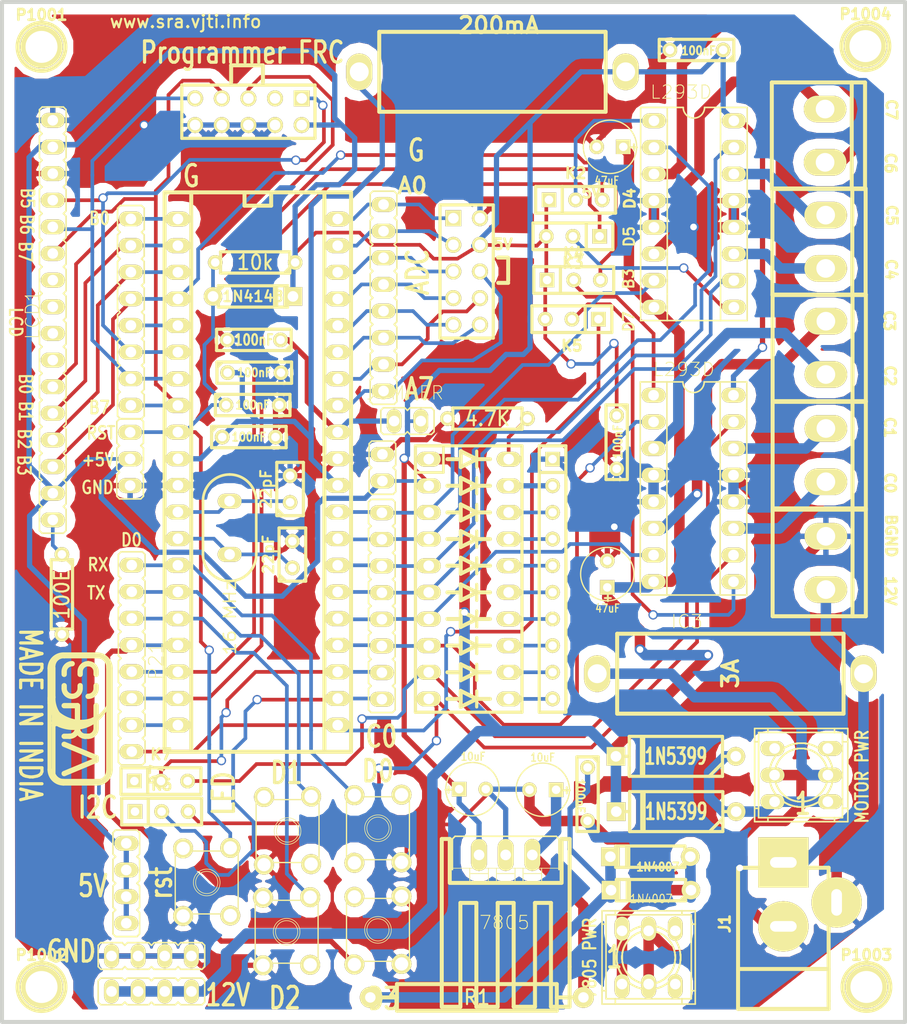
<source format=kicad_pcb>
(kicad_pcb (version 3) (host pcbnew "(2013-07-07 BZR 4022)-stable")
  (layers (15 Front signal) (0 Back signal) (18 B.Paste user) (19 F.Paste user) (20 B.SilkS user) (21 F.SilkS user) (22 B.Mask user) (23 F.Mask user) (28 Edge.Cuts user))
  (net 0 "")
  (net 1 +5V)
  (net 2 /A0)
  (net 3 /A1)
  (net 4 /A2)
  (net 5 /A3)
  (net 6 /A4)
  (net 7 /A5)
  (net 8 /A6)
  (net 9 /A7)
  (net 10 /B0)
  (net 11 /B1)
  (net 12 /B2)
  (net 13 /B3)
  (net 14 /B4)
  (net 15 /B5)
  (net 16 /B6)
  (net 17 /B7)
  (net 18 /C0)
  (net 19 /C1)
  (net 20 /C2)
  (net 21 /C3)
  (net 22 /C4)
  (net 23 /C5)
  (net 24 /C6)
  (net 25 /C7)
  (net 26 /D0)
  (net 27 /D1)
  (net 28 /D2)
  (net 29 /D3)
  (net 30 /D4)
  (net 31 /D5)
  (net 32 /D6)
  (net 33 /D7)
  (net 34 /M1a)
  (net 35 /M1b)
  (net 36 /M2a)
  (net 37 /M2b)
  (net 38 /M3a)
  (net 39 /M3b)
  (net 40 /M4a)
  (net 41 /M4b)
  (net 42 /vcc)
  (net 43 /~RST)
  (net 44 GND)
  (net 45 N-0000010)
  (net 46 N-0000025)
  (net 47 N-0000027)
  (net 48 N-0000028)
  (net 49 N-0000044)
  (net 50 N-0000045)
  (net 51 N-0000046)
  (net 52 N-0000052)
  (net 53 N-0000059)
  (net 54 N-0000061)
  (net 55 N-0000062)
  (net 56 N-0000063)
  (net 57 N-0000072)
  (net 58 N-0000075)
  (net 59 N-0000077)
  (net 60 N-0000078)
  (net 61 N-0000079)
  (net 62 N-000008)
  (net 63 N-0000082)
  (net 64 N-000009)
  (net 65 N-0000092)
  (net 66 N-0000093)
  (net 67 N-0000095)
  (net 68 N-0000096)
  (net 69 VAA)
  (module TO220V_HS (layer Front) (at 160.9979 123.85548 180)
    (fp_text reference U1 hide)
    (fp_text value 7805 (at 0.1143 -3.90652 180) (layer F.SilkS) (effects (font (size 1.27 1.27) (thickness 0.0889))))
    (pad 1 thru_hole oval (at -2.54 2.54 180) (size 1.524 3.048) (drill 1.016) (layers *.Cu *.Mask F.SilkS) (net 49 N-0000044))
    (pad 2 thru_hole oval (at 0 2.54 180) (size 1.524 3.048) (drill 1.016) (layers *.Cu F.Paste F.SilkS F.Mask) (net 50 N-0000045))
    (pad 3 thru_hole oval (at 2.54 2.54 180) (size 1.524 3.048) (drill 1.016) (layers *.Cu F.Paste F.SilkS F.Mask) (net 1 +5V))
  )
  (module C1 (layer Front) (at 140.65758 92.67698 90)
    (fp_text reference C11 hide)
    (fp_text value 22pF (at 0 -2.286 90) (layer F.SilkS) (effects (font (size 1.016 1.016) (thickness 0.2032))))
    (pad 1 thru_hole circle (at -1.27 0 90) (size 1.397 1.397) (drill 0.8128) (layers *.Cu *.Mask F.SilkS) (net 45 N-0000010))
    (pad 2 thru_hole circle (at 1.27 0 90) (size 1.397 1.397) (drill 0.8128) (layers *.Cu *.Mask F.SilkS) (net 44 GND))
  )
  (module C1 (layer Front) (at 140.43914 86.42604 90)
    (fp_text reference C10 hide)
    (fp_text value 22pF (at 0 -2.286 90) (layer F.SilkS) (effects (font (size 1.016 1.016) (thickness 0.2032))))
    (pad 1 thru_hole circle (at -1.27 0 90) (size 1.397 1.397) (drill 0.8128) (layers *.Cu *.Mask F.SilkS) (net 64 N-000009))
    (pad 2 thru_hole circle (at 1.27 0 90) (size 1.397 1.397) (drill 0.8128) (layers *.Cu *.Mask F.SilkS) (net 44 GND))
  )
  (module C1V5 (layer Front) (at 157.83052 115.04422)
    (fp_text reference C9 hide)
    (fp_text value 10uF (at 0.06096 -3.10642) (layer F.SilkS) (effects (font (size 0.762 0.635) (thickness 0.127))))
    (fp_text user + (at -2.286 0) (layer F.SilkS) (effects (font (size 0.762 0.762) (thickness 0.1905))))
    (pad 1 thru_hole rect (at -1.27 0) (size 1.397 1.397) (drill 0.8128) (layers *.Cu *.Mask F.SilkS) (net 1 +5V))
    (pad 2 thru_hole circle (at 1.27 0) (size 1.397 1.397) (drill 0.8128) (layers *.Cu *.Mask F.SilkS) (net 50 N-0000045))
  )
  (module C1V5 (layer Front) (at 170.688 94.53626 90)
    (fp_text reference C13 hide)
    (fp_text value 47uF (at -3.27152 0.02794 180) (layer F.SilkS) (effects (font (size 0.762 0.635) (thickness 0.127))))
    (fp_text user + (at -2.286 0 90) (layer F.SilkS) (effects (font (size 0.762 0.762) (thickness 0.1905))))
    (pad 1 thru_hole rect (at -1.27 0 90) (size 1.397 1.397) (drill 0.8128) (layers *.Cu *.Mask F.SilkS) (net 69 VAA))
    (pad 2 thru_hole circle (at 1.27 0 90) (size 1.397 1.397) (drill 0.8128) (layers *.Cu *.Mask F.SilkS) (net 44 GND))
  )
  (module C1V5 (layer Front) (at 170.942 53.7972 180)
    (fp_text reference C12 hide)
    (fp_text value 47uF (at 0.29464 -3.23342 180) (layer F.SilkS) (effects (font (size 0.762 0.635) (thickness 0.127))))
    (fp_text user + (at -2.286 0 180) (layer F.SilkS) (effects (font (size 0.762 0.762) (thickness 0.1905))))
    (pad 1 thru_hole rect (at -1.27 0 180) (size 1.397 1.397) (drill 0.8128) (layers *.Cu *.Mask F.SilkS) (net 69 VAA))
    (pad 2 thru_hole circle (at 1.27 0 180) (size 1.397 1.397) (drill 0.8128) (layers *.Cu *.Mask F.SilkS) (net 44 GND))
  )
  (module C1V5 (layer Front) (at 164.53612 115.1001 180)
    (fp_text reference C8 hide)
    (fp_text value 10uF (at 0.01016 3.07848 180) (layer F.SilkS) (effects (font (size 0.762 0.635) (thickness 0.127))))
    (fp_text user + (at -2.286 0 180) (layer F.SilkS) (effects (font (size 0.762 0.762) (thickness 0.1905))))
    (pad 1 thru_hole rect (at -1.27 0 180) (size 1.397 1.397) (drill 0.8128) (layers *.Cu *.Mask F.SilkS) (net 49 N-0000044))
    (pad 2 thru_hole circle (at 1.27 0 180) (size 1.397 1.397) (drill 0.8128) (layers *.Cu *.Mask F.SilkS) (net 50 N-0000045))
  )
  (module C2 (layer Front) (at 179.19446 44.5643 180)
    (fp_text reference C6 hide)
    (fp_text value 100nF hide)
    (pad 1 thru_hole circle (at -2.54 0 180) (size 1.397 1.397) (drill 0.8128) (layers *.Cu *.Mask F.SilkS) (net 1 +5V))
    (pad 2 thru_hole circle (at 2.54 0 180) (size 1.397 1.397) (drill 0.8128) (layers *.Cu *.Mask F.SilkS) (net 44 GND))
  )
  (module C2 (layer Front) (at 168.8084 115.5192 270)
    (fp_text reference C5 hide)
    (fp_text value 100nF hide)
    (pad 1 thru_hole circle (at -2.54 0 270) (size 1.397 1.397) (drill 0.8128) (layers *.Cu *.Mask F.SilkS) (net 51 N-0000046))
    (pad 2 thru_hole circle (at 2.54 0 270) (size 1.397 1.397) (drill 0.8128) (layers *.Cu *.Mask F.SilkS) (net 50 N-0000045))
  )
  (module C2 (layer Front) (at 136.98728 72.20712 180)
    (fp_text reference C4 hide)
    (fp_text value 100nF hide)
    (pad 1 thru_hole circle (at -2.54 0 180) (size 1.397 1.397) (drill 0.8128) (layers *.Cu *.Mask F.SilkS) (net 65 N-0000092))
    (pad 2 thru_hole circle (at 2.54 0 180) (size 1.397 1.397) (drill 0.8128) (layers *.Cu *.Mask F.SilkS) (net 44 GND))
  )
  (module C2 (layer Front) (at 137.02538 75.33132)
    (fp_text reference C3 hide)
    (fp_text value 100nF (at 0 0) (layer F.SilkS) (effects (font (size 0.8001 0.70104) (thickness 0.17526))))
    (pad 1 thru_hole circle (at -2.54 0) (size 1.397 1.397) (drill 0.8128) (layers *.Cu *.Mask F.SilkS) (net 62 N-000008))
    (pad 2 thru_hole circle (at 2.54 0) (size 1.397 1.397) (drill 0.8128) (layers *.Cu *.Mask F.SilkS) (net 44 GND))
  )
  (module C2 (layer Front) (at 136.50976 81.47304)
    (fp_text reference C2 hide)
    (fp_text value 100nF (at 0 0) (layer F.SilkS) (effects (font (size 0.8001 0.70104) (thickness 0.17526))))
    (pad 1 thru_hole circle (at -2.54 0) (size 1.397 1.397) (drill 0.8128) (layers *.Cu *.Mask F.SilkS) (net 62 N-000008))
    (pad 2 thru_hole circle (at 2.54 0) (size 1.397 1.397) (drill 0.8128) (layers *.Cu *.Mask F.SilkS) (net 44 GND))
  )
  (module C2 (layer Front) (at 136.87298 78.41742)
    (fp_text reference C1 hide)
    (fp_text value 100nF (at 0 0) (layer F.SilkS) (effects (font (size 0.8001 0.70104) (thickness 0.17526))))
    (pad 1 thru_hole circle (at -2.54 0) (size 1.397 1.397) (drill 0.8128) (layers *.Cu *.Mask F.SilkS) (net 43 /~RST))
    (pad 2 thru_hole circle (at 2.54 0) (size 1.397 1.397) (drill 0.8128) (layers *.Cu *.Mask F.SilkS) (net 44 GND))
  )
  (module C2 (layer Front) (at 171.58208 81.96326 270)
    (fp_text reference C7 hide)
    (fp_text value 100nF hide)
    (pad 1 thru_hole circle (at -2.54 0 270) (size 1.397 1.397) (drill 0.8128) (layers *.Cu *.Mask F.SilkS) (net 1 +5V))
    (pad 2 thru_hole circle (at 2.54 0 270) (size 1.397 1.397) (drill 0.8128) (layers *.Cu *.Mask F.SilkS) (net 44 GND))
  )
  (module Crystal (layer Front) (at 134.67334 90.12174 270)
    (fp_text reference X1 hide)
    (fp_text value "16 MHz" (at 8.54964 -0.02794 270) (layer F.SilkS) (effects (font (size 1.143 1.27) (thickness 0.1524))))
    (pad 1 thru_hole oval (at -2.54 0 270) (size 1.4224 2.286) (drill 1.016) (layers *.Cu *.Mask F.SilkS) (net 64 N-000009))
    (pad 2 thru_hole oval (at 2.54 0 270) (size 1.4224 2.286) (drill 1.016) (layers *.Cu *.Mask F.SilkS) (net 45 N-0000010))
  )
  (module D3_c (layer Front) (at 174.7901 121.48058 180)
    (fp_text reference D1 hide)
    (fp_text value 1N4007 hide)
    (pad 1 thru_hole circle (at -3.81 0 180) (size 1.778 1.778) (drill 1.016) (layers *.Cu *.Mask F.SilkS) (net 59 N-0000077))
    (pad 2 thru_hole rect (at 3.81 0 180) (size 1.778 1.778) (drill 1.016) (layers *.Cu *.Mask F.SilkS) (net 51 N-0000046))
  )
  (module D3_c (layer Front) (at 174.85106 124.67082 180)
    (fp_text reference D2 hide)
    (fp_text value 1N4007 hide)
    (pad 1 thru_hole circle (at -3.81 0 180) (size 1.778 1.778) (drill 1.016) (layers *.Cu *.Mask F.SilkS) (net 59 N-0000077))
    (pad 2 thru_hole rect (at 3.81 0 180) (size 1.778 1.778) (drill 1.016) (layers *.Cu *.Mask F.SilkS) (net 51 N-0000046))
  )
  (module D3_c (layer Front) (at 136.90092 68.06184)
    (fp_text reference D3 hide)
    (fp_text value 1N4148 (at 0 0) (layer F.SilkS) (effects (font (size 1.00076 1.00076) (thickness 0.2032))))
    (pad 1 thru_hole circle (at -3.81 0) (size 1.778 1.778) (drill 1.016) (layers *.Cu *.Mask F.SilkS) (net 43 /~RST))
    (pad 2 thru_hole rect (at 3.81 0) (size 1.778 1.778) (drill 1.016) (layers *.Cu *.Mask F.SilkS) (net 1 +5V))
  )
  (module D4-5_c (layer Front) (at 177.25898 117.1829 180)
    (fp_text reference D5 hide)
    (fp_text value 1N5399 (at 0 0 180) (layer F.SilkS) (effects (font (size 1.524 1.016) (thickness 0.254))))
    (pad 1 thru_hole circle (at -5.715 0 180) (size 1.778 1.778) (drill 1.016) (layers *.Cu *.Mask F.SilkS) (net 63 N-0000082))
    (pad 2 thru_hole rect (at 5.715 0 180) (size 1.778 1.778) (drill 1.016) (layers *.Cu *.Mask F.SilkS) (net 69 VAA))
  )
  (module D4-5_c (layer Front) (at 177.22596 111.91494 180)
    (fp_text reference D4 hide)
    (fp_text value 1N5399 (at 0 0 180) (layer F.SilkS) (effects (font (size 1.524 1.016) (thickness 0.254))))
    (pad 1 thru_hole circle (at -5.715 0 180) (size 1.778 1.778) (drill 1.016) (layers *.Cu *.Mask F.SilkS) (net 63 N-0000082))
    (pad 2 thru_hole rect (at 5.715 0 180) (size 1.778 1.778) (drill 1.016) (layers *.Cu *.Mask F.SilkS) (net 69 VAA))
  )
  (module DIL16_c (layer Front) (at 178.94554 60.20308 270)
    (fp_text reference IC2 hide)
    (fp_text value L293D (at -11.6205 1.2192 360) (layer F.SilkS) (effects (font (size 1.27 1.27) (thickness 0.0889))))
    (pad 1 thru_hole oval (at -8.89 3.81 270) (size 1.4224 2.286) (drill 1.016) (layers *.Cu *.Mask F.SilkS) (net 58 N-0000075))
    (pad 2 thru_hole oval (at -6.35 3.81 270) (size 1.4224 2.286) (drill 1.016) (layers *.Cu *.Mask F.SilkS) (net 24 /C6))
    (pad 3 thru_hole oval (at -3.81 3.81 270) (size 1.4224 2.286) (drill 1.016) (layers *.Cu *.Mask F.SilkS) (net 34 /M1a))
    (pad 4 thru_hole oval (at -1.27 3.81 270) (size 1.4224 2.286) (drill 1.016) (layers *.Cu *.Mask F.SilkS) (net 44 GND))
    (pad 5 thru_hole oval (at 1.27 3.81 270) (size 1.4224 2.286) (drill 1.016) (layers *.Cu *.Mask F.SilkS) (net 44 GND))
    (pad 6 thru_hole oval (at 3.81 3.81 270) (size 1.4224 2.286) (drill 1.016) (layers *.Cu *.Mask F.SilkS) (net 35 /M1b))
    (pad 7 thru_hole oval (at 6.35 3.81 270) (size 1.4224 2.286) (drill 1.016) (layers *.Cu *.Mask F.SilkS) (net 25 /C7))
    (pad 8 thru_hole oval (at 8.89 3.81 270) (size 1.4224 2.286) (drill 1.016) (layers *.Cu *.Mask F.SilkS) (net 69 VAA))
    (pad 9 thru_hole oval (at 8.89 -3.81 270) (size 1.4224 2.286) (drill 1.016) (layers *.Cu *.Mask F.SilkS) (net 47 N-0000027))
    (pad 10 thru_hole oval (at 6.35 -3.81 270) (size 1.4224 2.286) (drill 1.016) (layers *.Cu *.Mask F.SilkS) (net 22 /C4))
    (pad 11 thru_hole oval (at 3.81 -3.81 270) (size 1.4224 2.286) (drill 1.016) (layers *.Cu *.Mask F.SilkS) (net 36 /M2a))
    (pad 12 thru_hole oval (at 1.27 -3.81 270) (size 1.4224 2.286) (drill 1.016) (layers *.Cu *.Mask F.SilkS) (net 44 GND))
    (pad 13 thru_hole oval (at -1.27 -3.81 270) (size 1.4224 2.286) (drill 1.016) (layers *.Cu *.Mask F.SilkS) (net 44 GND))
    (pad 14 thru_hole oval (at -3.81 -3.81 270) (size 1.4224 2.286) (drill 1.016) (layers *.Cu *.Mask F.SilkS) (net 37 /M2b))
    (pad 15 thru_hole oval (at -6.35 -3.81 270) (size 1.4224 2.286) (drill 1.016) (layers *.Cu *.Mask F.SilkS) (net 23 /C5))
    (pad 16 thru_hole oval (at -8.89 -3.81 270) (size 1.4224 2.286) (drill 1.016) (layers *.Cu *.Mask F.SilkS) (net 1 +5V))
  )
  (module DIL16_c (layer Front) (at 178.90998 86.3727 270)
    (fp_text reference IC3 (at 12.7 0.635 360) (layer F.SilkS) (effects (font (size 1.27 1.27) (thickness 0.0889))))
    (fp_text value L293D (at -11.34872 0.91694 360) (layer F.SilkS) (effects (font (size 1.27 1.27) (thickness 0.0889))))
    (pad 1 thru_hole oval (at -8.89 3.81 270) (size 1.4224 2.286) (drill 1.016) (layers *.Cu *.Mask F.SilkS) (net 48 N-0000028))
    (pad 2 thru_hole oval (at -6.35 3.81 270) (size 1.4224 2.286) (drill 1.016) (layers *.Cu *.Mask F.SilkS) (net 20 /C2))
    (pad 3 thru_hole oval (at -3.81 3.81 270) (size 1.4224 2.286) (drill 1.016) (layers *.Cu *.Mask F.SilkS) (net 38 /M3a))
    (pad 4 thru_hole oval (at -1.27 3.81 270) (size 1.4224 2.286) (drill 1.016) (layers *.Cu *.Mask F.SilkS) (net 44 GND))
    (pad 5 thru_hole oval (at 1.27 3.81 270) (size 1.4224 2.286) (drill 1.016) (layers *.Cu *.Mask F.SilkS) (net 44 GND))
    (pad 6 thru_hole oval (at 3.81 3.81 270) (size 1.4224 2.286) (drill 1.016) (layers *.Cu *.Mask F.SilkS) (net 39 /M3b))
    (pad 7 thru_hole oval (at 6.35 3.81 270) (size 1.4224 2.286) (drill 1.016) (layers *.Cu *.Mask F.SilkS) (net 21 /C3))
    (pad 8 thru_hole oval (at 8.89 3.81 270) (size 1.4224 2.286) (drill 1.016) (layers *.Cu *.Mask F.SilkS) (net 69 VAA))
    (pad 9 thru_hole oval (at 8.89 -3.81 270) (size 1.4224 2.286) (drill 1.016) (layers *.Cu *.Mask F.SilkS) (net 54 N-0000061))
    (pad 10 thru_hole oval (at 6.35 -3.81 270) (size 1.4224 2.286) (drill 1.016) (layers *.Cu *.Mask F.SilkS) (net 18 /C0))
    (pad 11 thru_hole oval (at 3.81 -3.81 270) (size 1.4224 2.286) (drill 1.016) (layers *.Cu *.Mask F.SilkS) (net 40 /M4a))
    (pad 12 thru_hole oval (at 1.27 -3.81 270) (size 1.4224 2.286) (drill 1.016) (layers *.Cu *.Mask F.SilkS) (net 44 GND))
    (pad 13 thru_hole oval (at -1.27 -3.81 270) (size 1.4224 2.286) (drill 1.016) (layers *.Cu *.Mask F.SilkS) (net 44 GND))
    (pad 14 thru_hole oval (at -3.81 -3.81 270) (size 1.4224 2.286) (drill 1.016) (layers *.Cu *.Mask F.SilkS) (net 41 /M4b))
    (pad 15 thru_hole oval (at -6.35 -3.81 270) (size 1.4224 2.286) (drill 1.016) (layers *.Cu *.Mask F.SilkS) (net 19 /C1))
    (pad 16 thru_hole oval (at -8.89 -3.81 270) (size 1.4224 2.286) (drill 1.016) (layers *.Cu *.Mask F.SilkS) (net 1 +5V))
  )
  (module DIP-40_600_ELL_c (layer Front) (at 137.3632 84.8106 270)
    (fp_text reference IC1 hide)
    (fp_text value ATMEGA16-P hide)
    (pad 1 thru_hole oval (at -24.13 7.62 270) (size 1.4224 2.286) (drill 1.016) (layers *.Cu *.Mask F.SilkS) (net 10 /B0))
    (pad 2 thru_hole oval (at -21.59 7.62 270) (size 1.4224 2.286) (drill 1.016) (layers *.Cu *.Mask F.SilkS) (net 11 /B1))
    (pad 3 thru_hole oval (at -19.05 7.62 270) (size 1.4224 2.286) (drill 1.016) (layers *.Cu *.Mask F.SilkS) (net 12 /B2))
    (pad 4 thru_hole oval (at -16.51 7.62 270) (size 1.4224 2.286) (drill 1.016) (layers *.Cu *.Mask F.SilkS) (net 13 /B3))
    (pad 5 thru_hole oval (at -13.97 7.62 270) (size 1.4224 2.286) (drill 1.016) (layers *.Cu *.Mask F.SilkS) (net 14 /B4))
    (pad 6 thru_hole oval (at -11.43 7.62 270) (size 1.4224 2.286) (drill 1.016) (layers *.Cu *.Mask F.SilkS) (net 15 /B5))
    (pad 7 thru_hole oval (at -8.89 7.62 270) (size 1.4224 2.286) (drill 1.016) (layers *.Cu *.Mask F.SilkS) (net 16 /B6))
    (pad 8 thru_hole oval (at -6.35 7.62 270) (size 1.4224 2.286) (drill 1.016) (layers *.Cu *.Mask F.SilkS) (net 17 /B7))
    (pad 9 thru_hole oval (at -3.81 7.62 270) (size 1.4224 2.286) (drill 1.016) (layers *.Cu *.Mask F.SilkS) (net 43 /~RST))
    (pad 10 thru_hole oval (at -1.27 7.62 270) (size 1.4224 2.286) (drill 1.016) (layers *.Cu *.Mask F.SilkS) (net 62 N-000008))
    (pad 11 thru_hole oval (at 1.27 7.62 270) (size 1.4224 2.286) (drill 1.016) (layers *.Cu *.Mask F.SilkS) (net 44 GND))
    (pad 12 thru_hole oval (at 3.81 7.62 270) (size 1.4224 2.286) (drill 1.016) (layers *.Cu *.Mask F.SilkS) (net 64 N-000009))
    (pad 13 thru_hole oval (at 6.35 7.62 270) (size 1.4224 2.286) (drill 1.016) (layers *.Cu *.Mask F.SilkS) (net 45 N-0000010))
    (pad 14 thru_hole oval (at 8.89 7.62 270) (size 1.4224 2.286) (drill 1.016) (layers *.Cu *.Mask F.SilkS) (net 26 /D0))
    (pad 15 thru_hole oval (at 11.43 7.62 270) (size 1.4224 2.286) (drill 1.016) (layers *.Cu *.Mask F.SilkS) (net 27 /D1))
    (pad 16 thru_hole oval (at 13.97 7.62 270) (size 1.4224 2.286) (drill 1.016) (layers *.Cu *.Mask F.SilkS) (net 28 /D2))
    (pad 17 thru_hole oval (at 16.51 7.62 270) (size 1.4224 2.286) (drill 1.016) (layers *.Cu *.Mask F.SilkS) (net 29 /D3))
    (pad 18 thru_hole oval (at 19.05 7.62 270) (size 1.4224 2.286) (drill 1.016) (layers *.Cu *.Mask F.SilkS) (net 30 /D4))
    (pad 19 thru_hole oval (at 21.59 7.62 270) (size 1.4224 2.286) (drill 1.016) (layers *.Cu *.Mask F.SilkS) (net 31 /D5))
    (pad 20 thru_hole oval (at 24.13 7.62 270) (size 1.4224 2.286) (drill 1.016) (layers *.Cu *.Mask F.SilkS) (net 32 /D6))
    (pad 21 thru_hole oval (at 24.13 -7.62 270) (size 1.4224 2.286) (drill 1.016) (layers *.Cu *.Mask F.SilkS) (net 33 /D7))
    (pad 22 thru_hole oval (at 21.59 -7.62 270) (size 1.4224 2.286) (drill 1.016) (layers *.Cu *.Mask F.SilkS) (net 18 /C0))
    (pad 23 thru_hole oval (at 19.05 -7.62 270) (size 1.4224 2.286) (drill 1.016) (layers *.Cu *.Mask F.SilkS) (net 19 /C1))
    (pad 24 thru_hole oval (at 16.51 -7.62 270) (size 1.4224 2.286) (drill 1.016) (layers *.Cu *.Mask F.SilkS) (net 20 /C2))
    (pad 25 thru_hole oval (at 13.97 -7.62 270) (size 1.4224 2.286) (drill 1.016) (layers *.Cu *.Mask F.SilkS) (net 21 /C3))
    (pad 26 thru_hole oval (at 11.43 -7.62 270) (size 1.4224 2.286) (drill 1.016) (layers *.Cu *.Mask F.SilkS) (net 22 /C4))
    (pad 27 thru_hole oval (at 8.89 -7.62 270) (size 1.4224 2.286) (drill 1.016) (layers *.Cu *.Mask F.SilkS) (net 23 /C5))
    (pad 28 thru_hole oval (at 6.35 -7.62 270) (size 1.4224 2.286) (drill 1.016) (layers *.Cu *.Mask F.SilkS) (net 24 /C6))
    (pad 29 thru_hole oval (at 3.81 -7.62 270) (size 1.4224 2.286) (drill 1.016) (layers *.Cu *.Mask F.SilkS) (net 25 /C7))
    (pad 30 thru_hole oval (at 1.27 -7.62 270) (size 1.4224 2.286) (drill 1.016) (layers *.Cu *.Mask F.SilkS) (net 62 N-000008))
    (pad 31 thru_hole oval (at -1.27 -7.62 270) (size 1.4224 2.286) (drill 1.016) (layers *.Cu *.Mask F.SilkS) (net 44 GND))
    (pad 32 thru_hole oval (at -3.81 -7.62 270) (size 1.4224 2.286) (drill 1.016) (layers *.Cu *.Mask F.SilkS) (net 65 N-0000092))
    (pad 33 thru_hole oval (at -6.35 -7.62 270) (size 1.4224 2.286) (drill 1.016) (layers *.Cu *.Mask F.SilkS) (net 9 /A7))
    (pad 34 thru_hole oval (at -8.89 -7.62 270) (size 1.4224 2.286) (drill 1.016) (layers *.Cu *.Mask F.SilkS) (net 8 /A6))
    (pad 35 thru_hole oval (at -11.43 -7.62 270) (size 1.4224 2.286) (drill 1.016) (layers *.Cu *.Mask F.SilkS) (net 7 /A5))
    (pad 36 thru_hole oval (at -13.97 -7.62 270) (size 1.4224 2.286) (drill 1.016) (layers *.Cu *.Mask F.SilkS) (net 6 /A4))
    (pad 37 thru_hole oval (at -16.51 -7.62 270) (size 1.4224 2.286) (drill 1.016) (layers *.Cu *.Mask F.SilkS) (net 5 /A3))
    (pad 38 thru_hole oval (at -19.05 -7.62 270) (size 1.4224 2.286) (drill 1.016) (layers *.Cu *.Mask F.SilkS) (net 4 /A2))
    (pad 39 thru_hole oval (at -21.59 -7.62 270) (size 1.4224 2.286) (drill 1.016) (layers *.Cu *.Mask F.SilkS) (net 3 /A1))
    (pad 40 thru_hole oval (at -24.13 -7.62 270) (size 1.4224 2.286) (drill 1.016) (layers *.Cu *.Mask F.SilkS) (net 2 /A0))
  )
  (module DOT-BAR (layer Front) (at 157.47238 95.0087 270)
    (fp_text reference BAR1 hide)
    (fp_text value DOT-BAR2 hide)
    (pad 1 thru_hole oval (at -11.43 3.81 270) (size 1.4224 2.286) (drill 1.016) (layers *.Cu *.Mask F.SilkS) (net 69 VAA))
    (pad 2 thru_hole oval (at -8.89 3.81 270) (size 1.4224 2.286) (drill 1.016) (layers *.Cu *.Mask F.SilkS) (net 1 +5V))
    (pad 3 thru_hole oval (at -6.35 3.81 270) (size 1.4224 2.286) (drill 1.016) (layers *.Cu *.Mask F.SilkS) (net 25 /C7))
    (pad 4 thru_hole oval (at -3.81 3.81 270) (size 1.4224 2.286) (drill 1.016) (layers *.Cu *.Mask F.SilkS) (net 24 /C6))
    (pad 13 thru_hole oval (at 6.35 -3.81 270) (size 1.4224 2.286) (drill 1.016) (layers *.Cu *.Mask F.SilkS) (net 66 N-0000093))
    (pad 14 thru_hole oval (at 3.81 -3.81 270) (size 1.4224 2.286) (drill 1.016) (layers *.Cu *.Mask F.SilkS) (net 60 N-0000078))
    (pad 15 thru_hole oval (at 1.27 -3.81 270) (size 1.4224 2.286) (drill 1.016) (layers *.Cu *.Mask F.SilkS) (net 54 N-0000061))
    (pad 16 thru_hole oval (at -1.27 -3.81 270) (size 1.4224 2.286) (drill 1.016) (layers *.Cu *.Mask F.SilkS) (net 55 N-0000062))
    (pad 5 thru_hole oval (at -1.27 3.81 270) (size 1.4224 2.286) (drill 1.016) (layers *.Cu *.Mask F.SilkS) (net 23 /C5))
    (pad 6 thru_hole oval (at 1.27 3.81 270) (size 1.4224 2.286) (drill 1.016) (layers *.Cu *.Mask F.SilkS) (net 22 /C4))
    (pad 7 thru_hole oval (at 3.81 3.81 270) (size 1.4224 2.286) (drill 1.016) (layers *.Cu *.Mask F.SilkS) (net 21 /C3))
    (pad 8 thru_hole oval (at 6.35 3.81 270) (size 1.4224 2.286) (drill 1.016) (layers *.Cu *.Mask F.SilkS) (net 20 /C2))
    (pad 12 thru_hole oval (at 8.89 -3.81 270) (size 1.4224 2.286) (drill 1.016) (layers *.Cu *.Mask F.SilkS) (net 53 N-0000059))
    (pad 11 thru_hole oval (at 11.43 -3.81 270) (size 1.4224 2.286) (drill 1.016) (layers *.Cu *.Mask F.SilkS) (net 68 N-0000096))
    (pad 10 thru_hole oval (at 11.43 3.81 270) (size 1.4224 2.286) (drill 1.016) (layers *.Cu *.Mask F.SilkS) (net 18 /C0))
    (pad 9 thru_hole oval (at 8.89 3.81 270) (size 1.4224 2.286) (drill 1.016) (layers *.Cu *.Mask F.SilkS) (net 19 /C1))
    (pad 17 thru_hole oval (at -3.81 -3.81 270) (size 1.4224 2.286) (drill 1.016) (layers *.Cu *.Mask F.SilkS) (net 67 N-0000095))
    (pad 18 thru_hole oval (at -6.35 -3.81 270) (size 1.4224 2.286) (drill 1.016) (layers *.Cu *.Mask F.SilkS) (net 57 N-0000072))
    (pad 19 thru_hole oval (at -8.89 -3.81 270) (size 1.4224 2.286) (drill 1.016) (layers *.Cu *.Mask F.SilkS) (net 56 N-0000063))
    (pad 20 thru_hole oval (at -11.43 -3.81 270) (size 1.4224 2.286) (drill 1.016) (layers *.Cu *.Mask F.SilkS) (net 52 N-0000052))
  )
  (module Fuse (layer Front) (at 182.4228 104.03586)
    (fp_text reference F2 hide)
    (fp_text value 3A (at 0 0 90) (layer F.SilkS) (effects (font (size 1.524 1.524) (thickness 0.3048))))
    (pad 1 thru_hole oval (at -12.7 0) (size 2.49936 3.50012) (drill 1.80086) (layers *.Cu *.Mask F.SilkS) (net 61 N-0000079))
    (pad 2 thru_hole oval (at 12.7 0) (size 2.49936 3.50012) (drill 1.80086) (layers *.Cu *.Mask F.SilkS) (net 42 /vcc))
  )
  (module Fuse (layer Front) (at 159.73552 46.6471 180)
    (fp_text reference F1 hide)
    (fp_text value 200mA (at -0.58928 4.4323 180) (layer F.SilkS) (effects (font (size 1.524 1.524) (thickness 0.3048))))
    (pad 1 thru_hole oval (at -12.7 0 180) (size 2.49936 3.50012) (drill 1.80086) (layers *.Cu *.Mask F.SilkS) (net 1 +5V))
    (pad 2 thru_hole oval (at 12.7 0 180) (size 2.49936 3.50012) (drill 1.80086) (layers *.Cu *.Mask F.SilkS) (net 62 N-000008))
  )
  (module JACK_ALIM (layer Front) (at 187.47486 128.12522 90)
    (fp_text reference J1 (at 0.254 -5.588 90) (layer F.SilkS) (effects (font (size 1.016 1.016) (thickness 0.254))))
    (fp_text value JACK_2P hide)
    (pad 2 thru_hole circle (at 0 0 90) (size 4.8006 4.8006) (drill oval 1.016 2.54) (layers *.Cu *.Mask F.SilkS) (net 44 GND))
    (pad 1 thru_hole rect (at 6.096 0 90) (size 4.8006 4.8006) (drill oval 1.016 2.54) (layers *.Cu *.Mask F.SilkS) (net 42 /vcc))
    (pad 3 thru_hole circle (at 2.286 5.08 90) (size 4.8006 4.8006) (drill oval 2.54 1.016) (layers *.Cu *.Mask F.SilkS) (net 44 GND))
  )
  (module PIN_ARRAY_5x2 (layer Front) (at 157.2768 65.6844 270)
    (fp_text reference P9 hide)
    (fp_text value CONN_5X2 hide)
    (pad 1 thru_hole rect (at -5.08 1.27 270) (size 1.524 1.524) (drill 1.016) (layers *.Cu *.Mask F.SilkS) (net 2 /A0))
    (pad 2 thru_hole circle (at -5.08 -1.27 270) (size 1.524 1.524) (drill 1.016) (layers *.Cu *.Mask F.SilkS) (net 44 GND))
    (pad 3 thru_hole circle (at -2.54 1.27 270) (size 1.524 1.524) (drill 1.016) (layers *.Cu *.Mask F.SilkS) (net 3 /A1))
    (pad 4 thru_hole circle (at -2.54 -1.27 270) (size 1.524 1.524) (drill 1.016) (layers *.Cu *.Mask F.SilkS) (net 1 +5V))
    (pad 5 thru_hole circle (at 0 1.27 270) (size 1.524 1.524) (drill 1.016) (layers *.Cu *.Mask F.SilkS) (net 4 /A2))
    (pad 6 thru_hole circle (at 0 -1.27 270) (size 1.524 1.524) (drill 1.016) (layers *.Cu *.Mask F.SilkS) (net 9 /A7))
    (pad 7 thru_hole circle (at 2.54 1.27 270) (size 1.524 1.524) (drill 1.016) (layers *.Cu *.Mask F.SilkS) (net 5 /A3))
    (pad 8 thru_hole circle (at 2.54 -1.27 270) (size 1.524 1.524) (drill 1.016) (layers *.Cu *.Mask F.SilkS) (net 8 /A6))
    (pad 9 thru_hole circle (at 5.08 1.27 270) (size 1.524 1.524) (drill 1.016) (layers *.Cu *.Mask F.SilkS) (net 6 /A4))
    (pad 10 thru_hole circle (at 5.08 -1.27 270) (size 1.524 1.524) (drill 1.016) (layers *.Cu *.Mask F.SilkS) (net 7 /A5))
  )
  (module PIN_ARRAY_5x2 (layer Front) (at 136.46404 50.44948 180)
    (fp_text reference P13 hide)
    (fp_text value CONN_5X2 hide)
    (pad 1 thru_hole rect (at -5.08 1.27 180) (size 1.524 1.524) (drill 1.016) (layers *.Cu *.Mask F.SilkS) (net 15 /B5))
    (pad 2 thru_hole circle (at -5.08 -1.27 180) (size 1.524 1.524) (drill 1.016) (layers *.Cu *.Mask F.SilkS) (net 1 +5V))
    (pad 3 thru_hole circle (at -2.54 1.27 180) (size 1.524 1.524) (drill 1.016) (layers *.Cu *.Mask F.SilkS))
    (pad 4 thru_hole circle (at -2.54 -1.27 180) (size 1.524 1.524) (drill 1.016) (layers *.Cu *.Mask F.SilkS) (net 44 GND))
    (pad 5 thru_hole circle (at 0 1.27 180) (size 1.524 1.524) (drill 1.016) (layers *.Cu *.Mask F.SilkS) (net 43 /~RST))
    (pad 6 thru_hole circle (at 0 -1.27 180) (size 1.524 1.524) (drill 1.016) (layers *.Cu *.Mask F.SilkS) (net 44 GND))
    (pad 7 thru_hole circle (at 2.54 1.27 180) (size 1.524 1.524) (drill 1.016) (layers *.Cu *.Mask F.SilkS) (net 17 /B7))
    (pad 8 thru_hole circle (at 2.54 -1.27 180) (size 1.524 1.524) (drill 1.016) (layers *.Cu *.Mask F.SilkS) (net 44 GND))
    (pad 9 thru_hole circle (at 5.08 1.27 180) (size 1.524 1.524) (drill 1.016) (layers *.Cu *.Mask F.SilkS) (net 16 /B6))
    (pad 10 thru_hole circle (at 5.08 -1.27 180) (size 1.524 1.524) (drill 1.016) (layers *.Cu *.Mask F.SilkS) (net 44 GND))
  )
  (module pin_array_c_2 (layer Front) (at 149.24278 84.3915 270)
    (fp_text reference P17 hide)
    (fp_text value CONN_2 hide)
    (pad 1 thru_hole oval (at -1.27 0 270) (size 1.4224 2.286) (drill 1.016) (layers *.Cu *.Mask F.SilkS) (net 44 GND))
    (pad 2 thru_hole oval (at 1.27 0 270) (size 1.4224 2.286) (drill 1.016) (layers *.Cu *.Mask F.SilkS) (net 1 +5V))
  )
  (module pin_array_c_2 (layer Front) (at 151.63038 79.9465 180)
    (fp_text reference JP1 hide)
    (fp_text value JUMPER (at 0.22606 2.68478 180) (layer F.SilkS) (effects (font (size 1.27 1.27) (thickness 0.0889))))
    (pad 1 thru_hole oval (at -1.27 0 180) (size 1.4224 2.286) (drill 1.016) (layers *.Cu *.Mask F.SilkS) (net 1 +5V))
    (pad 2 thru_hole oval (at 1.27 0 180) (size 1.4224 2.286) (drill 1.016) (layers *.Cu *.Mask F.SilkS) (net 65 N-0000092))
  )
  (module pin_array_c_3 (layer Front) (at 125.18644 83.55838 90)
    (fp_text reference K1 hide)
    (fp_text value CONN_3 hide)
    (pad 3 thru_hole oval (at 2.54 0 90) (size 1.4224 2.286) (drill 1.016) (layers *.Cu *.Mask F.SilkS) (net 43 /~RST))
    (pad 1 thru_hole oval (at -2.54 0 90) (size 1.4224 2.286) (drill 1.016) (layers *.Cu *.Mask F.SilkS) (net 44 GND))
    (pad 2 thru_hole oval (at 0 0 90) (size 1.4224 2.286) (drill 1.016) (layers *.Cu *.Mask F.SilkS) (net 1 +5V))
  )
  (module pin_array_c_4 (layer Front) (at 124.82 124.02 270)
    (fp_text reference P7 hide)
    (fp_text value CONN_4 hide)
    (pad 4 thru_hole oval (at 3.81 0 270) (size 1.4224 2.286) (drill 1.016) (layers *.Cu *.Mask F.SilkS) (net 1 +5V))
    (pad 3 thru_hole oval (at 1.27 0 270) (size 1.4224 2.286) (drill 1.016) (layers *.Cu *.Mask F.SilkS) (net 1 +5V))
    (pad 1 thru_hole oval (at -3.81 0 270) (size 1.4224 2.286) (drill 1.016) (layers *.Cu *.Mask F.SilkS) (net 1 +5V))
    (pad 2 thru_hole oval (at -1.27 0 270) (size 1.4224 2.286) (drill 1.016) (layers *.Cu *.Mask F.SilkS) (net 1 +5V))
  )
  (module pin_array_c_4 (layer Front) (at 127.22 130.95 180)
    (fp_text reference P8 hide)
    (fp_text value CONN_4 hide)
    (pad 4 thru_hole oval (at 3.81 0 180) (size 1.4224 2.286) (drill 1.016) (layers *.Cu *.Mask F.SilkS) (net 44 GND))
    (pad 3 thru_hole oval (at 1.27 0 180) (size 1.4224 2.286) (drill 1.016) (layers *.Cu *.Mask F.SilkS) (net 44 GND))
    (pad 1 thru_hole oval (at -3.81 0 180) (size 1.4224 2.286) (drill 1.016) (layers *.Cu *.Mask F.SilkS) (net 44 GND))
    (pad 2 thru_hole oval (at -1.27 0 180) (size 1.4224 2.286) (drill 1.016) (layers *.Cu *.Mask F.SilkS) (net 44 GND))
  )
  (module pin_array_c_8 (layer Front) (at 125.25756 69.5579 90)
    (fp_text reference P19 hide)
    (fp_text value CONN_8 hide)
    (pad 3 thru_hole oval (at -3.81 0 90) (size 1.4224 2.286) (drill 1.016) (layers *.Cu *.Mask F.SilkS) (net 15 /B5))
    (pad 5 thru_hole oval (at 1.27 0 90) (size 1.4224 2.286) (drill 1.016) (layers *.Cu *.Mask F.SilkS) (net 13 /B3))
    (pad 4 thru_hole oval (at -1.27 0 90) (size 1.4224 2.286) (drill 1.016) (layers *.Cu *.Mask F.SilkS) (net 14 /B4))
    (pad 7 thru_hole oval (at 6.35 0 90) (size 1.4224 2.286) (drill 1.016) (layers *.Cu *.Mask F.SilkS) (net 11 /B1))
    (pad 8 thru_hole oval (at 8.89 0 90) (size 1.4224 2.286) (drill 1.016) (layers *.Cu *.Mask F.SilkS) (net 10 /B0))
    (pad 6 thru_hole oval (at 3.81 0 90) (size 1.4224 2.286) (drill 1.016) (layers *.Cu *.Mask F.SilkS) (net 12 /B2))
    (pad 1 thru_hole oval (at -8.89 0 90) (size 1.4224 2.286) (drill 1.016) (layers *.Cu *.Mask F.SilkS) (net 17 /B7))
    (pad 2 thru_hole oval (at -6.35 0 90) (size 1.4224 2.286) (drill 1.016) (layers *.Cu *.Mask F.SilkS) (net 16 /B6))
  )
  (module pin_array_c_8 (layer Front) (at 149.18944 97.57918 270)
    (fp_text reference P20 hide)
    (fp_text value CONN_8 hide)
    (pad 3 thru_hole oval (at -3.81 0 270) (size 1.4224 2.286) (drill 1.016) (layers *.Cu *.Mask F.SilkS) (net 23 /C5))
    (pad 5 thru_hole oval (at 1.27 0 270) (size 1.4224 2.286) (drill 1.016) (layers *.Cu *.Mask F.SilkS) (net 21 /C3))
    (pad 4 thru_hole oval (at -1.27 0 270) (size 1.4224 2.286) (drill 1.016) (layers *.Cu *.Mask F.SilkS) (net 22 /C4))
    (pad 7 thru_hole oval (at 6.35 0 270) (size 1.4224 2.286) (drill 1.016) (layers *.Cu *.Mask F.SilkS) (net 19 /C1))
    (pad 8 thru_hole oval (at 8.89 0 270) (size 1.4224 2.286) (drill 1.016) (layers *.Cu *.Mask F.SilkS) (net 18 /C0))
    (pad 6 thru_hole oval (at 3.81 0 270) (size 1.4224 2.286) (drill 1.016) (layers *.Cu *.Mask F.SilkS) (net 20 /C2))
    (pad 1 thru_hole oval (at -8.89 0 270) (size 1.4224 2.286) (drill 1.016) (layers *.Cu *.Mask F.SilkS) (net 25 /C7))
    (pad 2 thru_hole oval (at -6.35 0 270) (size 1.4224 2.286) (drill 1.016) (layers *.Cu *.Mask F.SilkS) (net 24 /C6))
  )
  (module pin_array_c_8 (layer Front) (at 125.33884 102.57028 90)
    (fp_text reference P21 (at -0.254 2.286 90) (layer F.SilkS) (effects (font (size 1.27 1.27) (thickness 0.0889))))
    (fp_text value CONN_8 hide)
    (pad 3 thru_hole oval (at -3.81 0 90) (size 1.4224 2.286) (drill 1.016) (layers *.Cu *.Mask F.SilkS) (net 31 /D5))
    (pad 5 thru_hole oval (at 1.27 0 90) (size 1.4224 2.286) (drill 1.016) (layers *.Cu *.Mask F.SilkS) (net 29 /D3))
    (pad 4 thru_hole oval (at -1.27 0 90) (size 1.4224 2.286) (drill 1.016) (layers *.Cu *.Mask F.SilkS) (net 30 /D4))
    (pad 7 thru_hole oval (at 6.35 0 90) (size 1.4224 2.286) (drill 1.016) (layers *.Cu *.Mask F.SilkS) (net 27 /D1))
    (pad 8 thru_hole oval (at 8.89 0 90) (size 1.4224 2.286) (drill 1.016) (layers *.Cu *.Mask F.SilkS) (net 26 /D0))
    (pad 6 thru_hole oval (at 3.81 0 90) (size 1.4224 2.286) (drill 1.016) (layers *.Cu *.Mask F.SilkS) (net 28 /D2))
    (pad 1 thru_hole oval (at -8.89 0 90) (size 1.4224 2.286) (drill 1.016) (layers *.Cu *.Mask F.SilkS) (net 33 /D7))
    (pad 2 thru_hole oval (at -6.35 0 90) (size 1.4224 2.286) (drill 1.016) (layers *.Cu *.Mask F.SilkS) (net 32 /D6))
  )
  (module R3 (layer Front) (at 118.67896 96.4692 270)
    (fp_text reference R6 hide)
    (fp_text value 100E (at 0 0 270) (layer F.SilkS) (effects (font (size 1.397 1.27) (thickness 0.2032))))
    (pad 1 thru_hole circle (at -3.81 0 270) (size 1.397 1.397) (drill 0.8128) (layers *.Cu *.Mask F.SilkS))
    (pad 2 thru_hole circle (at 3.81 0 270) (size 1.397 1.397) (drill 0.8128) (layers *.Cu *.Mask F.SilkS) (net 44 GND))
  )
  (module R3 (layer Front) (at 137.11174 64.82334 180)
    (fp_text reference R2 hide)
    (fp_text value 10k (at 0 0 180) (layer F.SilkS) (effects (font (size 1.397 1.27) (thickness 0.2032))))
    (pad 1 thru_hole circle (at -3.81 0 180) (size 1.397 1.397) (drill 0.8128) (layers *.Cu *.Mask F.SilkS) (net 1 +5V))
    (pad 2 thru_hole circle (at 3.81 0 180) (size 1.397 1.397) (drill 0.8128) (layers *.Cu *.Mask F.SilkS) (net 43 /~RST))
  )
  (module R3 (layer Front) (at 159.26054 79.71028 180)
    (fp_text reference R5 hide)
    (fp_text value 4.7K (at 0 0 180) (layer F.SilkS) (effects (font (size 1.397 1.27) (thickness 0.2032))))
    (pad 1 thru_hole circle (at -3.81 0 180) (size 1.397 1.397) (drill 0.8128) (layers *.Cu *.Mask F.SilkS) (net 52 N-0000052))
    (pad 2 thru_hole circle (at 3.81 0 180) (size 1.397 1.397) (drill 0.8128) (layers *.Cu *.Mask F.SilkS) (net 44 GND))
  )
  (module switch-misc-FSMCD (layer Front) (at 148.82 128.46 180)
    (fp_text reference S5 hide)
    (fp_text value FSMCD hide)
    (pad P$1 thru_hole circle (at -2.2479 -3.24866 180) (size 1.905 1.905) (drill 1.27) (layers *.Cu F.Paste F.SilkS F.Mask) (net 44 GND))
    (pad P$2 thru_hole circle (at -2.2479 3.19786 180) (size 1.905 1.905) (drill 1.27) (layers *.Cu F.Paste F.SilkS F.Mask) (net 44 GND))
    (pad P$3 thru_hole circle (at 2.2479 -3.29946 180) (size 1.905 1.905) (drill 1.27) (layers *.Cu F.Paste F.SilkS F.Mask) (net 29 /D3))
    (pad P$4 thru_hole circle (at 2.2479 3.1496 180) (size 1.905 1.905) (drill 1.27) (layers *.Cu F.Paste F.SilkS F.Mask))
  )
  (module switch-misc-FSMCD (layer Front) (at 140.2 119.04)
    (fp_text reference S3 hide)
    (fp_text value FSMCD hide)
    (pad P$1 thru_hole circle (at -2.2479 -3.24866) (size 1.905 1.905) (drill 1.27) (layers *.Cu F.Paste F.SilkS F.Mask))
    (pad P$2 thru_hole circle (at -2.2479 3.19786) (size 1.905 1.905) (drill 1.27) (layers *.Cu F.Paste F.SilkS F.Mask) (net 44 GND))
    (pad P$3 thru_hole circle (at 2.2479 -3.29946) (size 1.905 1.905) (drill 1.27) (layers *.Cu F.Paste F.SilkS F.Mask) (net 27 /D1))
    (pad P$4 thru_hole circle (at 2.2479 3.1496) (size 1.905 1.905) (drill 1.27) (layers *.Cu F.Paste F.SilkS F.Mask))
  )
  (module switch-misc-FSMCD (layer Front) (at 132.49 123.94)
    (fp_text reference S1 hide)
    (fp_text value FSMCD hide)
    (pad P$1 thru_hole circle (at -2.2479 -3.24866) (size 1.905 1.905) (drill 1.27) (layers *.Cu F.Paste F.SilkS F.Mask))
    (pad P$2 thru_hole circle (at -2.2479 3.19786) (size 1.905 1.905) (drill 1.27) (layers *.Cu F.Paste F.SilkS F.Mask) (net 44 GND))
    (pad P$3 thru_hole circle (at 2.2479 -3.29946) (size 1.905 1.905) (drill 1.27) (layers *.Cu F.Paste F.SilkS F.Mask) (net 43 /~RST))
    (pad P$4 thru_hole circle (at 2.2479 3.1496) (size 1.905 1.905) (drill 1.27) (layers *.Cu F.Paste F.SilkS F.Mask))
  )
  (module switch-misc-FSMCD (layer Front) (at 148.82 118.77 180)
    (fp_text reference S2 hide)
    (fp_text value FSMCD hide)
    (pad P$1 thru_hole circle (at -2.2479 -3.24866 180) (size 1.905 1.905) (drill 1.27) (layers *.Cu F.Paste F.SilkS F.Mask) (net 44 GND))
    (pad P$2 thru_hole circle (at -2.2479 3.19786 180) (size 1.905 1.905) (drill 1.27) (layers *.Cu F.Paste F.SilkS F.Mask))
    (pad P$3 thru_hole circle (at 2.2479 -3.29946 180) (size 1.905 1.905) (drill 1.27) (layers *.Cu F.Paste F.SilkS F.Mask))
    (pad P$4 thru_hole circle (at 2.2479 3.1496 180) (size 1.905 1.905) (drill 1.27) (layers *.Cu F.Paste F.SilkS F.Mask) (net 26 /D0))
  )
  (module switch-misc-FSMCD (layer Front) (at 140.11 128.64)
    (fp_text reference S4 hide)
    (fp_text value FSMCD hide)
    (pad P$1 thru_hole circle (at -2.2479 -3.24866) (size 1.905 1.905) (drill 1.27) (layers *.Cu F.Paste F.SilkS F.Mask) (net 44 GND))
    (pad P$2 thru_hole circle (at -2.2479 3.19786) (size 1.905 1.905) (drill 1.27) (layers *.Cu F.Paste F.SilkS F.Mask) (net 44 GND))
    (pad P$3 thru_hole circle (at 2.2479 -3.29946) (size 1.905 1.905) (drill 1.27) (layers *.Cu F.Paste F.SilkS F.Mask) (net 28 /D2))
    (pad P$4 thru_hole circle (at 2.2479 3.1496) (size 1.905 1.905) (drill 1.27) (layers *.Cu F.Paste F.SilkS F.Mask))
  )
  (module Wire_Conn (layer Front) (at 191.45504 52.73802 90)
    (fp_text reference P3 hide)
    (fp_text value CONN_2 hide)
    (pad 1 thru_hole oval (at -2.54 0 90) (size 2.54 4.064) (drill 1.778) (layers *.Cu *.Mask F.SilkS))
    (pad 2 thru_hole oval (at 2.54 0 90) (size 2.54 4.064) (drill 1.778) (layers *.Cu *.Mask F.SilkS))
  )
  (module Wire_Conn (layer Front) (at 191.53124 72.96658 90)
    (fp_text reference P5 hide)
    (fp_text value CONN_2 hide)
    (pad 1 thru_hole oval (at -2.54 0 90) (size 2.54 4.064) (drill 1.778) (layers *.Cu *.Mask F.SilkS))
    (pad 2 thru_hole oval (at 2.54 0 90) (size 2.54 4.064) (drill 1.778) (layers *.Cu *.Mask F.SilkS))
  )
  (module Wire_Conn (layer Front) (at 191.53124 83.19262 90)
    (fp_text reference P6 hide)
    (fp_text value CONN_2 hide)
    (pad 1 thru_hole oval (at -2.54 0 90) (size 2.54 4.064) (drill 1.778) (layers *.Cu *.Mask F.SilkS))
    (pad 2 thru_hole oval (at 2.54 0 90) (size 2.54 4.064) (drill 1.778) (layers *.Cu *.Mask F.SilkS))
  )
  (module Wire_Conn (layer Front) (at 191.51092 62.8523 90)
    (fp_text reference P4 hide)
    (fp_text value CONN_2 hide)
    (pad 1 thru_hole oval (at -2.54 0 90) (size 2.54 4.064) (drill 1.778) (layers *.Cu *.Mask F.SilkS))
    (pad 2 thru_hole oval (at 2.54 0 90) (size 2.54 4.064) (drill 1.778) (layers *.Cu *.Mask F.SilkS))
  )
  (module Wire_Conn (layer Front) (at 191.53124 93.47454 90)
    (fp_text reference P1 hide)
    (fp_text value CONN_2 hide)
    (pad 1 thru_hole oval (at -2.54 0 90) (size 2.54 4.064) (drill 1.778) (layers *.Cu *.Mask F.SilkS) (net 42 /vcc))
    (pad 2 thru_hole oval (at 2.54 0 90) (size 2.54 4.064) (drill 1.778) (layers *.Cu *.Mask F.SilkS) (net 44 GND))
  )
  (module pin_array_c_4 (layer Front) (at 127.22 134.33)
    (fp_text reference P22 hide)
    (fp_text value CONN_4 hide)
    (pad 4 thru_hole oval (at 3.81 0) (size 1.4224 2.286) (drill 1.016) (layers *.Cu *.Mask F.SilkS) (net 69 VAA))
    (pad 3 thru_hole oval (at 1.27 0) (size 1.4224 2.286) (drill 1.016) (layers *.Cu *.Mask F.SilkS) (net 69 VAA))
    (pad 1 thru_hole oval (at -3.81 0) (size 1.4224 2.286) (drill 1.016) (layers *.Cu *.Mask F.SilkS) (net 69 VAA))
    (pad 2 thru_hole oval (at -1.27 0) (size 1.4224 2.286) (drill 1.016) (layers *.Cu *.Mask F.SilkS) (net 69 VAA))
  )
  (module r_pack9 (layer Front) (at 165.4683 95.00616 270)
    (fp_text reference RR1 hide)
    (fp_text value RR9 hide)
    (pad 1 thru_hole rect (at -11.43 0 270) (size 1.397 1.397) (drill 0.8128) (layers *.Cu *.Mask F.SilkS) (net 44 GND))
    (pad 2 thru_hole circle (at -8.89 0 270) (size 1.397 1.397) (drill 0.8128) (layers *.Cu *.Mask F.SilkS) (net 56 N-0000063))
    (pad 3 thru_hole circle (at -6.35 0 270) (size 1.397 1.397) (drill 0.8128) (layers *.Cu *.Mask F.SilkS) (net 57 N-0000072))
    (pad 4 thru_hole circle (at -3.81 0 270) (size 1.397 1.397) (drill 0.8128) (layers *.Cu *.Mask F.SilkS) (net 67 N-0000095))
    (pad 5 thru_hole circle (at -1.27 0 270) (size 1.397 1.397) (drill 0.8128) (layers *.Cu *.Mask F.SilkS) (net 55 N-0000062))
    (pad 6 thru_hole circle (at 1.27 0 270) (size 1.397 1.397) (drill 0.8128) (layers *.Cu *.Mask F.SilkS) (net 54 N-0000061))
    (pad 7 thru_hole circle (at 3.81 0 270) (size 1.397 1.397) (drill 0.8128) (layers *.Cu *.Mask F.SilkS) (net 60 N-0000078))
    (pad 8 thru_hole circle (at 6.35 0 270) (size 1.397 1.397) (drill 0.8128) (layers *.Cu *.Mask F.SilkS) (net 66 N-0000093))
    (pad 9 thru_hole circle (at 8.89 0 270) (size 1.397 1.397) (drill 0.8128) (layers *.Cu *.Mask F.SilkS) (net 53 N-0000059))
    (pad 10 thru_hole circle (at 11.43 0 270) (size 1.397 1.397) (drill 0.8128) (layers *.Cu *.Mask F.SilkS) (net 68 N-0000096))
  )
  (module pin_array_c_8 (layer Front) (at 149.34946 68.18884 90)
    (fp_text reference P101 hide)
    (fp_text value CONN_8 hide)
    (pad 3 thru_hole oval (at -3.81 0 90) (size 1.4224 2.286) (drill 1.016) (layers *.Cu *.Mask F.SilkS) (net 7 /A5))
    (pad 5 thru_hole oval (at 1.27 0 90) (size 1.4224 2.286) (drill 1.016) (layers *.Cu *.Mask F.SilkS) (net 5 /A3))
    (pad 4 thru_hole oval (at -1.27 0 90) (size 1.4224 2.286) (drill 1.016) (layers *.Cu *.Mask F.SilkS) (net 6 /A4))
    (pad 7 thru_hole oval (at 6.35 0 90) (size 1.4224 2.286) (drill 1.016) (layers *.Cu *.Mask F.SilkS) (net 3 /A1))
    (pad 8 thru_hole oval (at 8.89 0 90) (size 1.4224 2.286) (drill 1.016) (layers *.Cu *.Mask F.SilkS) (net 2 /A0))
    (pad 6 thru_hole oval (at 3.81 0 90) (size 1.4224 2.286) (drill 1.016) (layers *.Cu *.Mask F.SilkS) (net 4 /A2))
    (pad 1 thru_hole oval (at -8.89 0 90) (size 1.4224 2.286) (drill 1.016) (layers *.Cu *.Mask F.SilkS) (net 9 /A7))
    (pad 2 thru_hole oval (at -6.35 0 90) (size 1.4224 2.286) (drill 1.016) (layers *.Cu *.Mask F.SilkS) (net 8 /A6))
  )
  (module pin_array_c_16 (layer Front) (at 117.81028 60.1599 270)
    (fp_text reference LCD1 (at 9.64692 1.94056 270) (layer F.SilkS) (effects (font (size 1.27 1.27) (thickness 0.0889))))
    (fp_text value LCD_2X16_SIL hide)
    (pad 13 thru_hole oval (at 21.59 0 270) (size 1.4224 2.286) (drill 1.016) (layers *.Cu *.Mask F.SilkS) (net 12 /B2))
    (pad 15 thru_hole oval (at 26.67 0 270) (size 1.4224 2.286) (drill 1.016) (layers *.Cu *.Mask F.SilkS) (net 1 +5V))
    (pad 16 thru_hole oval (at 29.21 0 270) (size 1.4224 2.286) (drill 1.016) (layers *.Cu *.Mask F.SilkS) (net 46 N-0000025))
    (pad 14 thru_hole oval (at 24.13 0 270) (size 1.4224 2.286) (drill 1.016) (layers *.Cu *.Mask F.SilkS) (net 13 /B3))
    (pad 10 thru_hole oval (at 13.97 0 270) (size 1.4224 2.286) (drill 1.016) (layers *.Cu *.Mask F.SilkS))
    (pad 12 thru_hole oval (at 19.05 0 270) (size 1.4224 2.286) (drill 1.016) (layers *.Cu *.Mask F.SilkS) (net 11 /B1))
    (pad 11 thru_hole oval (at 16.51 0 270) (size 1.4224 2.286) (drill 1.016) (layers *.Cu *.Mask F.SilkS) (net 10 /B0))
    (pad 9 thru_hole oval (at 11.43 0 270) (size 1.4224 2.286) (drill 1.016) (layers *.Cu *.Mask F.SilkS))
    (pad 3 thru_hole oval (at -3.81 0 270) (size 1.4224 2.286) (drill 1.016) (layers *.Cu *.Mask F.SilkS) (net 44 GND))
    (pad 5 thru_hole oval (at 1.27 0 270) (size 1.4224 2.286) (drill 1.016) (layers *.Cu *.Mask F.SilkS) (net 16 /B6))
    (pad 4 thru_hole oval (at -1.27 0 270) (size 1.4224 2.286) (drill 1.016) (layers *.Cu *.Mask F.SilkS) (net 15 /B5))
    (pad 7 thru_hole oval (at 6.35 0 270) (size 1.4224 2.286) (drill 1.016) (layers *.Cu *.Mask F.SilkS))
    (pad 8 thru_hole oval (at 8.89 0 270) (size 1.4224 2.286) (drill 1.016) (layers *.Cu *.Mask F.SilkS))
    (pad 6 thru_hole oval (at 3.81 0 270) (size 1.4224 2.286) (drill 1.016) (layers *.Cu *.Mask F.SilkS) (net 17 /B7))
    (pad 1 thru_hole oval (at -8.89 0 270) (size 1.4224 2.286) (drill 1.016) (layers *.Cu *.Mask F.SilkS) (net 44 GND))
    (pad 2 thru_hole oval (at -6.35 0 270) (size 1.4224 2.286) (drill 1.016) (layers *.Cu *.Mask F.SilkS) (net 1 +5V))
  )
  (module DPDT_switch_c (layer Front) (at 174.63008 131.0894 90)
    (fp_text reference SW1001 hide)
    (fp_text value DUAL_SWITCH_INV hide)
    (pad 1 thru_hole oval (at -2.54 -2.54) (size 1.4224 2.286) (drill 1.016 (offset 0 0.2032)) (layers *.Cu *.Mask F.SilkS) (net 59 N-0000077))
    (pad 2 thru_hole oval (at -2.54 0) (size 1.4224 2.286) (drill 1.016 (offset 0 0.2032)) (layers *.Cu *.Mask F.SilkS) (net 61 N-0000079))
    (pad 3 thru_hole oval (at -2.54 2.54) (size 1.4224 2.286) (drill 1.016 (offset 0 0.2032)) (layers *.Cu *.Mask F.SilkS))
    (pad 6 thru_hole oval (at 2.54 -2.54 180) (size 1.4224 2.286) (drill 1.016 (offset 0 0.2032)) (layers *.Cu *.Mask F.SilkS) (net 59 N-0000077))
    (pad 5 thru_hole oval (at 2.54 0 180) (size 1.4224 2.286) (drill 1.016 (offset 0 0.2032)) (layers *.Cu *.Mask F.SilkS) (net 61 N-0000079))
    (pad 4 thru_hole oval (at 2.54 2.54 180) (size 1.4224 2.286) (drill 1.016 (offset 0 0.2032)) (layers *.Cu *.Mask F.SilkS))
  )
  (module DPDT_switch_c (layer Front) (at 189.1792 113.70056 180)
    (fp_text reference SW1002 hide)
    (fp_text value DUAL_SWITCH_INV hide)
    (pad 1 thru_hole oval (at -2.54 -2.54 90) (size 1.4224 2.286) (drill 1.016 (offset 0 0.2032)) (layers *.Cu *.Mask F.SilkS) (net 63 N-0000082))
    (pad 2 thru_hole oval (at -2.54 0 90) (size 1.4224 2.286) (drill 1.016 (offset 0 0.2032)) (layers *.Cu *.Mask F.SilkS) (net 61 N-0000079))
    (pad 3 thru_hole oval (at -2.54 2.54 90) (size 1.4224 2.286) (drill 1.016 (offset 0 0.2032)) (layers *.Cu *.Mask F.SilkS))
    (pad 6 thru_hole oval (at 2.54 -2.54 270) (size 1.4224 2.286) (drill 1.016 (offset 0 0.2032)) (layers *.Cu *.Mask F.SilkS) (net 63 N-0000082))
    (pad 5 thru_hole oval (at 2.54 0 270) (size 1.4224 2.286) (drill 1.016 (offset 0 0.2032)) (layers *.Cu *.Mask F.SilkS) (net 61 N-0000079))
    (pad 4 thru_hole oval (at 2.54 2.54 270) (size 1.4224 2.286) (drill 1.016 (offset 0 0.2032)) (layers *.Cu *.Mask F.SilkS))
  )
  (module MICROSWITCH_SPST (layer Front) (at 167.6654 58.8518)
    (fp_text reference K2 (at 0 -2.54) (layer F.SilkS) (effects (font (size 1.016 1.016) (thickness 0.254))))
    (fp_text value CONN_3 hide)
    (pad 1 thru_hole rect (at -2.54 0) (size 1.397 1.397) (drill 0.8128) (layers *.Cu *.Mask F.SilkS) (net 1 +5V))
    (pad 2 thru_hole circle (at 0 0) (size 1.397 1.397) (drill 0.8128) (layers *.Cu *.Mask F.SilkS))
    (pad 3 thru_hole circle (at 2.54 0) (size 1.397 1.397) (drill 0.8128) (layers *.Cu *.Mask F.SilkS) (net 30 /D4))
  )
  (module MICROSWITCH_SPST (layer Front) (at 167.4114 62.3316 180)
    (fp_text reference K3 (at 0 -2.54 180) (layer F.SilkS) (effects (font (size 1.016 1.016) (thickness 0.254))))
    (fp_text value CONN_3 hide)
    (pad 1 thru_hole rect (at -2.54 0 180) (size 1.397 1.397) (drill 0.8128) (layers *.Cu *.Mask F.SilkS) (net 31 /D5))
    (pad 2 thru_hole circle (at 0 0 180) (size 1.397 1.397) (drill 0.8128) (layers *.Cu *.Mask F.SilkS))
    (pad 3 thru_hole circle (at 2.54 0 180) (size 1.397 1.397) (drill 0.8128) (layers *.Cu *.Mask F.SilkS) (net 1 +5V))
  )
  (module MICROSWITCH_SPST (layer Front) (at 167.4876 66.4972)
    (fp_text reference K4 (at 0 -2.54) (layer F.SilkS) (effects (font (size 1.016 1.016) (thickness 0.254))))
    (fp_text value CONN_3 hide)
    (pad 1 thru_hole rect (at -2.54 0) (size 1.397 1.397) (drill 0.8128) (layers *.Cu *.Mask F.SilkS) (net 1 +5V))
    (pad 2 thru_hole circle (at 0 0) (size 1.397 1.397) (drill 0.8128) (layers *.Cu *.Mask F.SilkS))
    (pad 3 thru_hole circle (at 2.54 0) (size 1.397 1.397) (drill 0.8128) (layers *.Cu *.Mask F.SilkS) (net 13 /B3))
  )
  (module MICROSWITCH_SPST (layer Front) (at 167.3098 70.231 180)
    (fp_text reference K5 (at 0 -2.54 180) (layer F.SilkS) (effects (font (size 1.016 1.016) (thickness 0.254))))
    (fp_text value CONN_3 hide)
    (pad 1 thru_hole rect (at -2.54 0 180) (size 1.397 1.397) (drill 0.8128) (layers *.Cu *.Mask F.SilkS) (net 33 /D7))
    (pad 2 thru_hole circle (at 0 0 180) (size 1.397 1.397) (drill 0.8128) (layers *.Cu *.Mask F.SilkS))
    (pad 3 thru_hole circle (at 2.54 0 180) (size 1.397 1.397) (drill 0.8128) (layers *.Cu *.Mask F.SilkS) (net 1 +5V))
  )
  (module 1pin (layer Front) (at 116.73586 44.26966)
    (fp_text reference P1001 (at 0 -3.048) (layer F.SilkS) (effects (font (size 1.016 1.016) (thickness 0.254))))
    (fp_text value CONN_1 hide)
    (pad 1 thru_hole circle (at 0 0) (size 4.064 4.064) (drill 3.048) (layers *.Cu *.Mask F.SilkS))
  )
  (module 1pin (layer Front) (at 116.7384 133.9088)
    (fp_text reference P1002 (at 0 -3.048) (layer F.SilkS) (effects (font (size 1.016 1.016) (thickness 0.254))))
    (fp_text value CONN_1 hide)
    (pad 1 thru_hole circle (at 0 0) (size 4.064 4.064) (drill 3.048) (layers *.Cu *.Mask F.SilkS))
  )
  (module 1pin (layer Front) (at 195.39712 133.90372)
    (fp_text reference P1003 (at 0 -3.048) (layer F.SilkS) (effects (font (size 1.016 1.016) (thickness 0.254))))
    (fp_text value CONN_1 hide)
    (pad 1 thru_hole circle (at 0 0) (size 4.064 4.064) (drill 3.048) (layers *.Cu *.Mask F.SilkS))
  )
  (module 1pin (layer Front) (at 195.3006 44.196)
    (fp_text reference P1004 (at 0 -3.048) (layer F.SilkS) (effects (font (size 1.016 1.016) (thickness 0.254))))
    (fp_text value CONN_1 hide)
    (pad 1 thru_hole circle (at 0 0) (size 4.064 4.064) (drill 3.048) (layers *.Cu *.Mask F.SilkS))
  )
  (module SRA_logo_silk_new (layer Front) (at 120.4214 108.35132 270)
    (fp_text reference SRA_logo hide)
    (fp_text value VAL** hide)
  )
  (module MICROSWITCH_SPST (layer Front) (at 128.19 117.18)
    (fp_text reference K6 (at 0 -2.54) (layer F.SilkS) (effects (font (size 1.016 1.016) (thickness 0.254))))
    (fp_text value CONN_3 hide)
    (pad 1 thru_hole rect (at -2.54 0) (size 1.397 1.397) (drill 0.8128) (layers *.Cu *.Mask F.SilkS))
    (pad 2 thru_hole circle (at 0 0) (size 1.397 1.397) (drill 0.8128) (layers *.Cu *.Mask F.SilkS) (net 18 /C0))
    (pad 3 thru_hole circle (at 2.54 0) (size 1.397 1.397) (drill 0.8128) (layers *.Cu *.Mask F.SilkS) (net 18 /C0))
  )
  (module MICROSWITCH_SPST (layer Front) (at 128.13 114.27)
    (fp_text reference K7 (at 0 -2.54) (layer F.SilkS) (effects (font (size 1.016 1.016) (thickness 0.254))))
    (fp_text value CONN_3 hide)
    (pad 1 thru_hole rect (at -2.54 0) (size 1.397 1.397) (drill 0.8128) (layers *.Cu *.Mask F.SilkS))
    (pad 2 thru_hole circle (at 0 0) (size 1.397 1.397) (drill 0.8128) (layers *.Cu *.Mask F.SilkS) (net 19 /C1))
    (pad 3 thru_hole circle (at 2.54 0) (size 1.397 1.397) (drill 0.8128) (layers *.Cu *.Mask F.SilkS) (net 19 /C1))
  )
  (module 2wres (layer Front) (at 139.2 127.28)
    (fp_text reference R1 (at 19.05 7.62) (layer F.SilkS) (effects (font (size 1.397 1.27) (thickness 0.2032))))
    (fp_text value 2W_RES hide)
    (pad 1 thru_hole circle (at 29.21 7.62) (size 2 2) (drill 1) (layers *.Cu *.Mask F.SilkS) (net 49 N-0000044))
    (pad 2 thru_hole circle (at 8.89 7.62) (size 2 2) (drill 1) (layers *.Cu *.Mask F.SilkS) (net 51 N-0000046))
  )
  (gr_text LED (at 134.11 115.45 90) (layer F.SilkS) (effects (font (size 2.032 1.524) (thickness 0.3048))))
  (gr_text I2C (at 122.1 116.79) (layer F.SilkS) (effects (font (size 2.032 1.524) (thickness 0.3048))))
  (gr_text "MADE IN INDIA" (at 115.6716 107.96016 270) (layer F.SilkS) (effects (font (size 2.032 1.524) (thickness 0.3048))))
  (gr_text A7 (at 152.7556 76.9112) (layer F.SilkS) (effects (font (size 2.032 1.524) (thickness 0.3048))))
  (gr_text A0 (at 152.0952 57.5056) (layer F.SilkS) (effects (font (size 1.53162 1.524) (thickness 0.3048))))
  (gr_text 1 (at 189.3316 116.4336) (layer F.SilkS) (effects (font (size 2.032 1.524) (thickness 0.3048))))
  (gr_text 1 (at 171.3484 131.064) (layer F.SilkS) (effects (font (size 2.032 1.524) (thickness 0.3048))))
  (gr_text ADC (at 152.6032 65.7352 90) (layer F.SilkS) (effects (font (size 2.032 1.524) (thickness 0.3048))))
  (gr_text "Programmer FRC" (at 135.89 44.8056) (layer F.SilkS) (effects (font (size 2.032 1.524) (thickness 0.3048))))
  (gr_text www.sra.vjti.info (at 130.4798 41.84904) (layer F.SilkS) (effects (font (size 1.19888 1.19888) (thickness 0.20066))))
  (gr_text B7 (at 122.2502 78.66126) (layer F.SilkS) (effects (font (size 1.19888 1.00076) (thickness 0.20066))))
  (gr_text B0 (at 122.27052 60.6298) (layer F.SilkS) (effects (font (size 1.19888 1.00076) (thickness 0.20066))))
  (gr_text RST (at 122.40006 81.07934) (layer F.SilkS) (effects (font (size 1.19888 1.00076) (thickness 0.20066))))
  (gr_text +5V (at 122.1105 83.63966) (layer F.SilkS) (effects (font (size 1.19888 1.00076) (thickness 0.20066))))
  (gr_text GND (at 122.06986 86.28126) (layer F.SilkS) (effects (font (size 1.19888 1.00076) (thickness 0.20066))))
  (gr_text D0 (at 125.3109 91.27998) (layer F.SilkS) (effects (font (size 1.19888 1.00076) (thickness 0.20066))))
  (gr_text D7 (at 127.74168 113.65992 90) (layer F.SilkS) (effects (font (size 1.19888 1.00076) (thickness 0.20066))))
  (gr_text LCD (at 114.26952 70.52056 270) (layer F.SilkS) (effects (font (size 1.19888 1.00076) (thickness 0.20066))))
  (gr_text B7 (at 115.189 63.79972 270) (layer F.SilkS) (effects (font (size 1.19888 1.00076) (thickness 0.20066))))
  (gr_text B6 (at 115.32108 61.20892 270) (layer F.SilkS) (effects (font (size 1.19888 1.00076) (thickness 0.20066))))
  (gr_text B5 (at 115.38966 58.6994 270) (layer F.SilkS) (effects (font (size 1.19888 1.00076) (thickness 0.20066))))
  (gr_text B3 (at 115.05946 84.16036 270) (layer F.SilkS) (effects (font (size 1.19888 1.00076) (thickness 0.20066))))
  (gr_text B2 (at 115.1001 81.65084 270) (layer F.SilkS) (effects (font (size 1.19888 1.00076) (thickness 0.20066))))
  (gr_text B1 (at 115.20932 79.0194 270) (layer F.SilkS) (effects (font (size 1.19888 1.00076) (thickness 0.20066))))
  (gr_text B0 (at 115.20932 76.40066 270) (layer F.SilkS) (effects (font (size 1.19888 1.00076) (thickness 0.20066))))
  (gr_text "7805 PWR" (at 169.0116 131.1656 90) (layer F.SilkS) (effects (font (size 1.19888 1.00076) (thickness 0.20066))))
  (gr_text "MOTOR PWR" (at 194.9704 113.8428 90) (layer F.SilkS) (effects (font (size 1.19888 1.00076) (thickness 0.20066))))
  (gr_text TX (at 121.95048 96.33966) (layer F.SilkS) (effects (font (size 1.19888 1.00076) (thickness 0.20066))))
  (gr_text RX (at 122.12066 93.6498) (layer F.SilkS) (effects (font (size 1.19888 1.00076) (thickness 0.20066))))
  (gr_text C0 (at 149.14118 110.03026) (layer F.SilkS) (effects (font (size 2.032 1.524) (thickness 0.3048))))
  (gr_line (start 112.96904 39.98976) (end 199.08012 39.98976) (angle 90) (layer Edge.Cuts) (width 0.381))
  (gr_line (start 112.99952 137.23874) (end 199.08012 137.23874) (angle 90) (layer Edge.Cuts) (width 0.381))
  (gr_line (start 112.96904 40.04056) (end 112.96904 137.23112) (angle 90) (layer Edge.Cuts) (width 0.381))
  (gr_line (start 199.08012 137.2489) (end 199.08012 40.05072) (angle 90) (layer Edge.Cuts) (width 0.381))
  (gr_line (start 161.16554 64.35852) (end 160.26638 64.35852) (angle 90) (layer F.SilkS) (width 0.381))
  (gr_line (start 137.85088 46.0248) (end 137.85088 47.625) (angle 90) (layer F.SilkS) (width 0.381))
  (gr_line (start 134.81812 46.0248) (end 137.80008 46.0248) (angle 90) (layer F.SilkS) (width 0.381))
  (gr_line (start 134.81812 47.625) (end 134.81812 46.0248) (angle 90) (layer F.SilkS) (width 0.381))
  (gr_line (start 161.23666 66.77152) (end 160.2867 66.77152) (angle 90) (layer F.SilkS) (width 0.381))
  (gr_line (start 161.23666 64.389) (end 161.23666 66.56832) (angle 90) (layer F.SilkS) (width 0.381))
  (gr_text BGND (at 197.75678 90.8939 270) (layer F.SilkS) (effects (font (size 1.00076 1.00076) (thickness 0.25146))))
  (gr_text 12V (at 197.69074 96.13138 270) (layer F.SilkS) (effects (font (size 1.00076 1.00076) (thickness 0.25146))))
  (gr_text C0 (at 197.65518 85.8393 270) (layer F.SilkS) (effects (font (size 1.00076 1.00076) (thickness 0.25146))))
  (gr_text C1 (at 197.62978 80.5561 270) (layer F.SilkS) (effects (font (size 1.00076 1.00076) (thickness 0.25146))))
  (gr_text C2 (at 197.65264 75.63358 270) (layer F.SilkS) (effects (font (size 1.00076 1.00076) (thickness 0.25146))))
  (gr_text C3 (at 197.57644 70.37578 270) (layer F.SilkS) (effects (font (size 1.00076 1.00076) (thickness 0.25146))))
  (gr_text C4 (at 197.75678 65.4939 270) (layer F.SilkS) (effects (font (size 1.00076 1.00076) (thickness 0.25146))))
  (gr_text C5 (at 197.80758 60.3377 270) (layer F.SilkS) (effects (font (size 1.00076 1.00076) (thickness 0.25146))))
  (gr_text C6 (at 197.70598 55.3593 270) (layer F.SilkS) (effects (font (size 1.00076 1.00076) (thickness 0.25146))))
  (gr_text C7 (at 197.78218 50.2539 270) (layer F.SilkS) (effects (font (size 1.00076 1.00076) (thickness 0.25146))))
  (gr_text D7 (at 172.72508 70.46468 90) (layer F.SilkS) (effects (font (size 1.00076 1.00076) (thickness 0.20066))))
  (gr_text B3 (at 172.72508 66.38544 90) (layer F.SilkS) (effects (font (size 1.00076 1.00076) (thickness 0.20066))))
  (gr_text 5V (at 121.62 124.28) (layer F.SilkS) (effects (font (size 2.032 1.524) (thickness 0.3048))))
  (gr_text D5 (at 172.78096 62.36208 90) (layer F.SilkS) (effects (font (size 1.00076 1.00076) (thickness 0.20066))))
  (gr_text D4 (at 172.83684 58.72988 90) (layer F.SilkS) (effects (font (size 1.00076 1.00076) (thickness 0.25146))))
  (gr_text 5V (at 169.15892 58.18124) (layer F.SilkS) (effects (font (size 1.00076 1.00076) (thickness 0.25146))))
  (gr_text G (at 152.46096 54.1401) (layer F.SilkS) (effects (font (size 2.032 1.524) (thickness 0.3048))))
  (gr_text GND (at 119.57 130.51) (layer F.SilkS) (effects (font (size 2.032 1.524) (thickness 0.3048))))
  (gr_text 5V (at 160.7312 63.0936) (layer F.SilkS) (effects (font (size 1.00076 1.00076) (thickness 0.25146))))
  (gr_text G (at 131.01066 56.5912) (layer F.SilkS) (effects (font (size 2.032 1.524) (thickness 0.3048))))
  (gr_text 100nF (at 179.39004 44.63542) (layer F.SilkS) (effects (font (size 0.8001 0.70104) (thickness 0.17526))))
  (gr_text 100nF (at 168.09974 115.6843 270) (layer F.SilkS) (effects (font (size 0.8001 0.70104) (thickness 0.17526))))
  (gr_text 12V (at 134.51 134.68) (layer F.SilkS) (effects (font (size 2.032 1.524) (thickness 0.3048))))
  (gr_text D3 (at 149.35 135.04) (layer F.SilkS) (effects (font (size 2.032 1.524) (thickness 0.3048))))
  (gr_text D2 (at 139.93 134.95) (layer F.SilkS) (effects (font (size 2.032 1.524) (thickness 0.3048))))
  (gr_text rst (at 128.13 124 90) (layer F.SilkS) (effects (font (size 2.032 1.524) (thickness 0.3048))))
  (gr_text D1 (at 140.09 113.49) (layer F.SilkS) (effects (font (size 2.032 1.524) (thickness 0.3048))))
  (gr_text D0 (at 148.81 113.32) (layer F.SilkS) (effects (font (size 2.032 1.524) (thickness 0.3048))))
  (gr_text 100nF (at 171.70654 81.92008 90) (layer F.SilkS) (effects (font (size 0.8001 0.70104) (thickness 0.17526))))
  (gr_text 1N4007 (at 174.879 125.49886) (layer F.SilkS) (effects (font (size 0.8001 0.70104) (thickness 0.09906))))
  (gr_text 1N4007 (at 175.50638 122.4661) (layer F.SilkS) (effects (font (size 0.8001 0.70104) (thickness 0.17526))))
  (gr_text 100nF (at 137.00252 72.2122) (layer F.SilkS) (effects (font (size 1.00076 0.8001) (thickness 0.20066))))
  (segment (start 122.20956 114.49) (end 122.20956 115.39) (width 0.35052) (layer Back) (net 0))
  (segment (start 122.20956 115.39) (end 122.20956 115.46956) (width 0.35052) (layer Back) (net 0))
  (segment (start 122.20956 114.49) (end 122.20956 114.4905) (width 0.35052) (layer Back) (net 0))
  (segment (start 120.82526 117.2) (end 123.83526 120.21) (width 0.50038) (layer Back) (net 1))
  (segment (start 123.83526 120.21) (end 124.82 120.21) (width 0.50038) (layer Back) (net 1))
  (segment (start 124.82 125.29) (end 124.82 127.83) (width 0.50038) (layer Back) (net 1))
  (segment (start 124.82 122.75) (end 124.82 125.29) (width 0.50038) (layer Back) (net 1))
  (segment (start 124.82 120.21) (end 124.82 122.75) (width 0.50038) (layer Back) (net 1))
  (segment (start 124.13526 120.21) (end 124.82 120.21) (width 0.50038) (layer Back) (net 1))
  (segment (start 143.637 87.3125) (end 147.59178 87.3125) (width 0.50038) (layer Back) (net 1))
  (segment (start 136.2075 96.647) (end 139.7 96.647) (width 0.50038) (layer Back) (net 1))
  (segment (start 122.428 85.979) (end 122.428 87.249) (width 0.50038) (layer Back) (net 1))
  (segment (start 183.42864 51.31308) (end 185.48858 53.37302) (width 0.50038) (layer Front) (net 1))
  (segment (start 162.687 73.5965) (end 163.322 72.9615) (width 0.50038) (layer Back) (net 1))
  (segment (start 151.638 78.1685) (end 154.686 75.1205) (width 0.50038) (layer Back) (net 1))
  (segment (start 164.8714 62.3316) (end 164.8714 66.421) (width 0.35052) (layer Front) (net 1))
  (segment (start 149.24278 85.6615) (end 153.20518 85.6615) (width 0.35052) (layer Back) (net 1))
  (segment (start 153.20518 85.6615) (end 153.66238 86.1187) (width 0.35052) (layer Back) (net 1))
  (segment (start 140.92174 64.82334) (end 140.92174 63.95466) (width 0.35052) (layer Front) (net 1))
  (segment (start 156.38526 64.4652) (end 158.5468 63.1444) (width 0.35052) (layer Front) (net 1))
  (segment (start 171.58208 72.80148) (end 171.323 72.5424) (width 0.35052) (layer Front) (net 1))
  (segment (start 121.0818 83.55838) (end 117.81028 86.8299) (width 0.35052) (layer Back) (net 1))
  (segment (start 124.84862 83.55838) (end 122.428 85.979) (width 0.50038) (layer Back) (net 1))
  (segment (start 172.43552 46.6471) (end 179.65166 46.6471) (width 0.50038) (layer Back) (net 1))
  (segment (start 141.54404 51.71948) (end 145.35404 51.71948) (width 0.50038) (layer Back) (net 1))
  (segment (start 156.56052 115.04422) (end 156.44622 115.04422) (width 0.50038) (layer Front) (net 1))
  (segment (start 164.7698 72.0344) (end 164.7698 70.231) (width 0.35052) (layer Front) (net 1))
  (segment (start 167.2336 74.4982) (end 164.7698 72.0344) (width 0.35052) (layer Front) (net 1))
  (via (at 167.2336 74.4982) (size 0.889) (layers Front Back) (net 1))
  (segment (start 118.0338 53.58638) (end 117.81028 53.8099) (width 0.50038) (layer Back) (net 1))
  (segment (start 159.512 75.1205) (end 161.036 73.5965) (width 0.50038) (layer Back) (net 1))
  (segment (start 161.036 73.5965) (end 162.687 73.5965) (width 0.50038) (layer Back) (net 1))
  (segment (start 143.0655 87.884) (end 143.637 87.3125) (width 0.50038) (layer Back) (net 1))
  (segment (start 164.7698 70.231) (end 164.7698 66.675) (width 0.35052) (layer Front) (net 1))
  (segment (start 164.7698 66.675) (end 164.9476 66.4972) (width 0.35052) (layer Front) (net 1))
  (segment (start 157.95244 63.23076) (end 160.1216 61.0616) (width 0.50038) (layer Back) (net 1))
  (segment (start 140.71092 65.03416) (end 140.92174 64.82334) (width 0.50038) (layer Back) (net 1))
  (segment (start 146.59864 52.96408) (end 146.59864 55.93588) (width 0.50038) (layer Back) (net 1))
  (segment (start 148.2344 63.1444) (end 152.8064 63.1444) (width 0.35052) (layer Front) (net 1))
  (segment (start 147.59178 87.3125) (end 149.24278 85.6615) (width 0.50038) (layer Back) (net 1))
  (segment (start 140.92174 63.95466) (end 142.9004 61.976) (width 0.35052) (layer Front) (net 1))
  (segment (start 120.82526 98.97364) (end 120.55094 98.69932) (width 0.50038) (layer Back) (net 1))
  (segment (start 154.1272 64.4652) (end 156.38526 64.4652) (width 0.35052) (layer Front) (net 1))
  (segment (start 151.638 83.185) (end 151.638 80.4672) (width 0.50038) (layer Back) (net 1))
  (via (at 151.3205 83.5025) (size 0.889) (layers Front Back) (net 1))
  (segment (start 158.4579 121.31548) (end 158.4579 118.26748) (width 0.50038) (layer Back) (net 1))
  (segment (start 152.8064 63.1444) (end 154.1272 64.4652) (width 0.35052) (layer Front) (net 1))
  (segment (start 115.60048 93.74886) (end 115.60048 88.99398) (width 0.50038) (layer Back) (net 1))
  (segment (start 125.18644 83.55838) (end 124.84862 83.55838) (width 0.50038) (layer Back) (net 1))
  (segment (start 143.0655 93.2815) (end 143.0655 87.884) (width 0.50038) (layer Back) (net 1))
  (segment (start 132.0165 92.456) (end 136.2075 96.647) (width 0.50038) (layer Back) (net 1))
  (segment (start 151.638 79.9592) (end 151.638 78.1685) (width 0.50038) (layer Back) (net 1))
  (segment (start 163.322 72.9615) (end 163.322 51.4985) (width 0.50038) (layer Back) (net 1))
  (segment (start 120.08866 53.58638) (end 129.03454 44.6405) (width 0.50038) (layer Back) (net 1))
  (segment (start 140.71092 68.06184) (end 140.71092 65.03416) (width 0.50038) (layer Back) (net 1))
  (segment (start 122.428 87.249) (end 127.635 92.456) (width 0.50038) (layer Back) (net 1))
  (segment (start 171.58208 79.42326) (end 171.58208 72.80148) (width 0.35052) (layer Front) (net 1))
  (segment (start 185.48858 53.37302) (end 185.48858 72.9107) (width 0.50038) (layer Front) (net 1))
  (segment (start 144.69872 46.9773) (end 144.69872 51.06416) (width 0.50038) (layer Back) (net 1))
  (segment (start 169.3672 74.4982) (end 167.2336 74.4982) (width 0.35052) (layer Back) (net 1))
  (segment (start 171.323 72.5424) (end 169.3672 74.4982) (width 0.35052) (layer Back) (net 1))
  (via (at 171.323 72.5424) (size 0.889) (layers Front Back) (net 1))
  (segment (start 139.7 96.647) (end 143.0655 93.2815) (width 0.50038) (layer Back) (net 1))
  (segment (start 160.1216 61.0616) (end 160.1216 54.6989) (width 0.50038) (layer Back) (net 1))
  (segment (start 160.1216 54.6989) (end 163.322 51.4985) (width 0.50038) (layer Back) (net 1))
  (segment (start 154.686 75.1205) (end 159.512 75.1205) (width 0.50038) (layer Back) (net 1))
  (segment (start 120.82526 117.1067) (end 120.82526 117.2) (width 0.50038) (layer Back) (net 1))
  (segment (start 120.82526 117.2) (end 120.82526 116.9) (width 0.50038) (layer Back) (net 1))
  (segment (start 120.82526 116.9) (end 120.82526 98.97364) (width 0.50038) (layer Back) (net 1))
  (segment (start 140.92174 59.46394) (end 140.92174 64.82334) (width 0.50038) (layer Back) (net 1))
  (segment (start 120.07596 53.59908) (end 120.08866 53.58638) (width 0.50038) (layer Back) (net 1))
  (segment (start 120.08866 53.58638) (end 118.0338 53.58638) (width 0.50038) (layer Back) (net 1))
  (segment (start 115.60048 88.99398) (end 117.97538 86.61908) (width 0.50038) (layer Back) (net 1))
  (segment (start 124.0155 83.55838) (end 125.18644 83.55838) (width 0.35052) (layer Back) (net 1))
  (segment (start 115.54968 84.19338) (end 117.97538 86.61908) (width 0.50038) (layer Back) (net 1))
  (segment (start 145.35404 51.71948) (end 146.59864 52.96408) (width 0.50038) (layer Back) (net 1))
  (segment (start 158.5468 63.1444) (end 163.97224 63.23076) (width 0.35052) (layer Front) (net 1))
  (via (at 185.48858 72.9107) (size 0.889) (layers Front Back) (net 1))
  (segment (start 153.66238 86.1187) (end 153.66238 85.84438) (width 0.35052) (layer Front) (net 1))
  (segment (start 129.03454 44.6405) (end 142.36192 44.6405) (width 0.50038) (layer Back) (net 1))
  (segment (start 142.96898 57.4167) (end 145.11782 57.4167) (width 0.50038) (layer Back) (net 1))
  (segment (start 181.73446 44.5643) (end 181.73446 50.292) (width 0.50038) (layer Back) (net 1))
  (segment (start 181.73446 50.292) (end 182.75554 51.31308) (width 0.50038) (layer Back) (net 1))
  (segment (start 124.0155 83.55838) (end 121.0818 83.55838) (width 0.35052) (layer Back) (net 1))
  (segment (start 156.56052 116.3701) (end 156.56052 115.04422) (width 0.50038) (layer Back) (net 1))
  (segment (start 158.4579 118.26748) (end 156.56052 116.3701) (width 0.50038) (layer Back) (net 1))
  (segment (start 146.59864 55.93588) (end 145.11782 57.4167) (width 0.50038) (layer Back) (net 1))
  (segment (start 185.48858 72.9107) (end 182.71998 75.6793) (width 0.50038) (layer Back) (net 1))
  (segment (start 163.97224 63.23076) (end 164.8714 62.3316) (width 0.35052) (layer Front) (net 1))
  (segment (start 142.36192 44.6405) (end 144.69872 46.9773) (width 0.50038) (layer Back) (net 1))
  (segment (start 158.5468 63.1444) (end 157.95244 63.23076) (width 0.50038) (layer Back) (net 1))
  (segment (start 164.8714 66.421) (end 164.9476 66.4972) (width 0.35052) (layer Front) (net 1))
  (segment (start 179.65166 46.6471) (end 181.73446 44.5643) (width 0.50038) (layer Back) (net 1))
  (segment (start 182.75554 51.31308) (end 183.42864 51.31308) (width 0.50038) (layer Front) (net 1))
  (segment (start 182.71998 75.6793) (end 182.71998 77.4827) (width 0.50038) (layer Back) (net 1))
  (segment (start 147.066 61.976) (end 148.2344 63.1444) (width 0.35052) (layer Front) (net 1))
  (segment (start 151.3205 109.9185) (end 151.3205 83.5025) (width 0.50038) (layer Front) (net 1))
  (segment (start 156.44622 115.04422) (end 151.3205 109.9185) (width 0.50038) (layer Front) (net 1))
  (segment (start 151.638 79.9592) (end 152.88768 79.9592) (width 0.35052) (layer Back) (net 1))
  (segment (start 115.54968 83.94954) (end 115.54968 54.8005) (width 0.50038) (layer Back) (net 1))
  (segment (start 127.635 92.456) (end 132.0165 92.456) (width 0.50038) (layer Back) (net 1))
  (segment (start 140.92174 59.46394) (end 142.96898 57.4167) (width 0.50038) (layer Back) (net 1))
  (segment (start 151.3205 83.5025) (end 151.638 83.185) (width 0.50038) (layer Back) (net 1))
  (segment (start 120.55094 98.69932) (end 115.60048 93.74886) (width 0.50038) (layer Back) (net 1))
  (segment (start 168.1734 46.6471) (end 172.43552 46.6471) (width 0.50038) (layer Back) (net 1))
  (segment (start 163.322 51.4985) (end 168.1734 46.6471) (width 0.50038) (layer Back) (net 1))
  (segment (start 152.88768 79.9592) (end 152.90038 79.9465) (width 0.35052) (layer Back) (net 1))
  (segment (start 115.54968 54.8005) (end 116.7511 53.59908) (width 0.50038) (layer Back) (net 1))
  (segment (start 153.66238 85.84438) (end 151.3205 83.5025) (width 0.35052) (layer Front) (net 1))
  (segment (start 164.8714 59.1058) (end 165.1254 58.8518) (width 0.35052) (layer Front) (net 1))
  (segment (start 164.8714 62.3316) (end 164.8714 59.1058) (width 0.35052) (layer Front) (net 1))
  (segment (start 116.7511 53.59908) (end 117.97538 53.59908) (width 0.50038) (layer Back) (net 1))
  (segment (start 142.9004 61.976) (end 147.066 61.976) (width 0.35052) (layer Front) (net 1))
  (segment (start 151.638 80.4672) (end 151.638 79.9592) (width 0.50038) (layer Back) (net 1))
  (segment (start 144.69872 51.06416) (end 145.35404 51.71948) (width 0.50038) (layer Back) (net 1))
  (segment (start 115.54968 83.94954) (end 115.54968 84.19338) (width 0.50038) (layer Back) (net 1))
  (segment (start 117.97538 53.59908) (end 120.07596 53.59908) (width 0.50038) (layer Back) (net 1))
  (segment (start 149.34946 59.29884) (end 152.77084 59.29884) (width 0.35052) (layer Back) (net 2))
  (segment (start 154.0764 60.6044) (end 156.0068 60.6044) (width 0.35052) (layer Back) (net 2))
  (segment (start 152.77084 59.29884) (end 154.0764 60.6044) (width 0.35052) (layer Back) (net 2))
  (segment (start 144.9832 60.6806) (end 146.4818 60.6806) (width 0.35052) (layer Back) (net 2))
  (segment (start 147.86356 59.29884) (end 149.34946 59.29884) (width 0.35052) (layer Back) (net 2))
  (segment (start 146.4818 60.6806) (end 147.86356 59.29884) (width 0.35052) (layer Back) (net 2))
  (segment (start 144.9832 63.2206) (end 146.7866 63.2206) (width 0.35052) (layer Back) (net 3))
  (segment (start 148.16836 61.83884) (end 149.34946 61.83884) (width 0.35052) (layer Back) (net 3))
  (segment (start 146.7866 63.2206) (end 148.16836 61.83884) (width 0.35052) (layer Back) (net 3))
  (segment (start 149.34946 61.83884) (end 153.68778 61.83884) (width 0.35052) (layer Back) (net 3))
  (segment (start 153.68778 61.83884) (end 156.0068 63.1444) (width 0.35052) (layer Back) (net 3))
  (segment (start 144.9832 65.7606) (end 146.5834 65.7606) (width 0.35052) (layer Back) (net 4))
  (segment (start 146.5834 65.7606) (end 147.96516 64.37884) (width 0.35052) (layer Back) (net 4))
  (segment (start 147.96516 64.37884) (end 149.34946 64.37884) (width 0.35052) (layer Back) (net 4))
  (segment (start 151.95804 64.37884) (end 153.2636 65.6844) (width 0.35052) (layer Back) (net 4))
  (segment (start 153.2636 65.6844) (end 156.0068 65.6844) (width 0.35052) (layer Back) (net 4))
  (segment (start 149.34946 64.37884) (end 151.95804 64.37884) (width 0.35052) (layer Back) (net 4))
  (segment (start 149.34946 66.91884) (end 151.95804 66.91884) (width 0.35052) (layer Back) (net 5))
  (segment (start 153.2636 68.2244) (end 156.0068 68.2244) (width 0.35052) (layer Back) (net 5))
  (segment (start 151.95804 66.91884) (end 153.2636 68.2244) (width 0.35052) (layer Back) (net 5))
  (segment (start 144.9832 68.3006) (end 145.8722 68.3006) (width 0.35052) (layer Back) (net 5))
  (segment (start 147.25396 66.91884) (end 149.34946 66.91884) (width 0.35052) (layer Back) (net 5))
  (segment (start 145.8722 68.3006) (end 147.25396 66.91884) (width 0.35052) (layer Back) (net 5))
  (segment (start 149.34946 69.45884) (end 152.16124 69.45884) (width 0.35052) (layer Back) (net 6))
  (segment (start 153.4668 70.7644) (end 156.0068 70.7644) (width 0.35052) (layer Back) (net 6))
  (segment (start 152.16124 69.45884) (end 153.4668 70.7644) (width 0.35052) (layer Back) (net 6))
  (segment (start 144.9832 70.8406) (end 146.3802 70.8406) (width 0.35052) (layer Back) (net 6))
  (segment (start 147.76196 69.45884) (end 149.34946 69.45884) (width 0.35052) (layer Back) (net 6))
  (segment (start 146.3802 70.8406) (end 147.76196 69.45884) (width 0.35052) (layer Back) (net 6))
  (segment (start 152.77084 71.99884) (end 153.289 72.517) (width 0.35052) (layer Back) (net 7))
  (segment (start 144.9832 73.3806) (end 146.0754 73.3806) (width 0.35052) (layer Back) (net 7))
  (segment (start 149.34946 71.99884) (end 152.77084 71.99884) (width 0.35052) (layer Back) (net 7))
  (segment (start 147.45716 71.99884) (end 149.34946 71.99884) (width 0.35052) (layer Back) (net 7))
  (segment (start 155.95346 72.517) (end 158.5468 70.7644) (width 0.35052) (layer Back) (net 7))
  (segment (start 146.0754 73.3806) (end 147.45716 71.99884) (width 0.35052) (layer Back) (net 7))
  (segment (start 153.289 72.517) (end 155.95346 72.517) (width 0.35052) (layer Back) (net 7))
  (segment (start 149.34946 74.53884) (end 151.11476 74.53884) (width 0.35052) (layer Front) (net 8))
  (segment (start 157.2768 69.4944) (end 158.5468 68.2244) (width 0.35052) (layer Front) (net 8))
  (segment (start 154.9908 69.4944) (end 157.2768 69.4944) (width 0.35052) (layer Front) (net 8))
  (segment (start 153.5684 70.9168) (end 154.9908 69.4944) (width 0.35052) (layer Front) (net 8))
  (segment (start 153.5684 72.0852) (end 153.5684 70.9168) (width 0.35052) (layer Front) (net 8))
  (segment (start 151.11476 74.53884) (end 153.5684 72.0852) (width 0.35052) (layer Front) (net 8))
  (segment (start 148.53666 74.53884) (end 149.34946 74.53884) (width 0.35052) (layer Back) (net 8))
  (segment (start 144.9832 75.9206) (end 147.1549 75.9206) (width 0.35052) (layer Back) (net 8))
  (segment (start 147.1549 75.9206) (end 148.53666 74.53884) (width 0.35052) (layer Back) (net 8))
  (segment (start 146.1389 78.4606) (end 147.52066 77.07884) (width 0.35052) (layer Back) (net 9))
  (segment (start 150.09876 77.07884) (end 153.0096 74.168) (width 0.35052) (layer Back) (net 9))
  (segment (start 147.52066 77.07884) (end 149.34946 77.07884) (width 0.35052) (layer Back) (net 9))
  (segment (start 144.9832 78.4606) (end 146.1389 78.4606) (width 0.35052) (layer Back) (net 9))
  (segment (start 149.34946 77.07884) (end 150.09876 77.07884) (width 0.35052) (layer Back) (net 9))
  (segment (start 160.528 68.12026) (end 158.5468 65.6844) (width 0.35052) (layer Back) (net 9))
  (segment (start 160.528 72.4662) (end 160.528 68.12026) (width 0.35052) (layer Back) (net 9))
  (segment (start 157.861 74.168) (end 160.528 72.4662) (width 0.35052) (layer Back) (net 9))
  (segment (start 153.0096 74.168) (end 157.861 74.168) (width 0.35052) (layer Back) (net 9))
  (segment (start 129.7305 60.6679) (end 129.7432 60.6806) (width 0.35052) (layer Back) (net 10))
  (segment (start 124.34062 60.6679) (end 120.03024 64.97828) (width 0.35052) (layer Front) (net 10))
  (segment (start 125.25756 60.6679) (end 124.34062 60.6679) (width 0.35052) (layer Front) (net 10))
  (segment (start 125.25756 60.6679) (end 129.7305 60.6679) (width 0.35052) (layer Back) (net 10))
  (segment (start 120.03024 74.44994) (end 117.81028 76.6699) (width 0.35052) (layer Front) (net 10))
  (segment (start 120.03024 64.97828) (end 120.03024 74.44994) (width 0.35052) (layer Front) (net 10))
  (segment (start 120.91924 76.10094) (end 117.81028 79.2099) (width 0.35052) (layer Front) (net 11))
  (segment (start 120.91924 66.78168) (end 120.91924 76.10094) (width 0.35052) (layer Front) (net 11))
  (segment (start 129.7305 63.2079) (end 129.7432 63.2206) (width 0.35052) (layer Back) (net 11))
  (segment (start 125.25756 63.2079) (end 124.49302 63.2079) (width 0.35052) (layer Front) (net 11))
  (segment (start 124.49302 63.2079) (end 120.91924 66.78168) (width 0.35052) (layer Front) (net 11))
  (segment (start 125.25756 63.2079) (end 129.7305 63.2079) (width 0.35052) (layer Back) (net 11))
  (segment (start 125.25756 65.7479) (end 129.7305 65.7479) (width 0.35052) (layer Back) (net 12))
  (segment (start 129.7305 65.7479) (end 129.7432 65.7606) (width 0.35052) (layer Back) (net 12))
  (segment (start 117.81028 81.46034) (end 122.10034 77.17028) (width 0.35052) (layer Front) (net 12))
  (segment (start 122.10034 77.17028) (end 122.10034 68.90512) (width 0.35052) (layer Front) (net 12))
  (segment (start 117.81028 81.7499) (end 117.81028 81.46034) (width 0.35052) (layer Front) (net 12))
  (segment (start 122.10034 68.90512) (end 125.25756 65.7479) (width 0.35052) (layer Front) (net 12))
  (segment (start 156.6418 54.5846) (end 167.78732 54.5846) (width 0.35052) (layer Front) (net 13))
  (segment (start 143.5608 56.2864) (end 140.2842 56.2864) (width 0.35052) (layer Back) (net 13))
  (segment (start 129.7432 68.3006) (end 131.6736 66.3702) (width 0.35052) (layer Back) (net 13))
  (segment (start 131.6736 63.5508) (end 131.6736 66.3702) (width 0.35052) (layer Back) (net 13))
  (segment (start 145.2626 54.5846) (end 143.5608 56.2864) (width 0.35052) (layer Back) (net 13))
  (segment (start 156.6418 54.5846) (end 145.2626 54.5846) (width 0.35052) (layer Front) (net 13))
  (via (at 145.2626 54.5846) (size 0.889) (layers Front Back) (net 13))
  (segment (start 138.938 56.2864) (end 131.6736 63.5508) (width 0.35052) (layer Back) (net 13))
  (segment (start 140.2842 56.2864) (end 138.938 56.2864) (width 0.35052) (layer Back) (net 13))
  (segment (start 170.33748 55.30596) (end 171.5008 56.46928) (width 0.35052) (layer Front) (net 13))
  (segment (start 168.50868 55.30596) (end 170.33748 55.30596) (width 0.35052) (layer Front) (net 13))
  (segment (start 167.78732 54.5846) (end 168.50868 55.30596) (width 0.35052) (layer Front) (net 13))
  (segment (start 170.0276 66.4972) (end 170.0276 64.9478) (width 0.35052) (layer Front) (net 13))
  (segment (start 171.5008 63.4746) (end 171.5008 56.46928) (width 0.35052) (layer Front) (net 13))
  (segment (start 170.0276 64.9478) (end 171.5008 63.4746) (width 0.35052) (layer Front) (net 13))
  (segment (start 125.27026 68.3006) (end 125.25756 68.2879) (width 0.35052) (layer Back) (net 13))
  (segment (start 125.25756 68.53428) (end 125.25756 68.2879) (width 0.35052) (layer Front) (net 13))
  (segment (start 117.81028 84.14004) (end 123.55068 78.39964) (width 0.35052) (layer Front) (net 13))
  (segment (start 117.81028 84.2899) (end 117.81028 84.14004) (width 0.35052) (layer Front) (net 13))
  (segment (start 129.7432 68.3006) (end 125.27026 68.3006) (width 0.35052) (layer Back) (net 13))
  (segment (start 123.55068 70.24116) (end 125.25756 68.53428) (width 0.35052) (layer Front) (net 13))
  (segment (start 123.55068 78.39964) (end 123.55068 70.24116) (width 0.35052) (layer Front) (net 13))
  (segment (start 129.7305 70.8279) (end 129.7432 70.8406) (width 0.35052) (layer Back) (net 14))
  (segment (start 125.25756 70.8279) (end 129.7305 70.8279) (width 0.35052) (layer Back) (net 14))
  (segment (start 122.39244 58.8899) (end 117.81028 58.8899) (width 0.35052) (layer Front) (net 15))
  (segment (start 142.89786 49.17948) (end 143.56334 49.84496) (width 0.35052) (layer Back) (net 15))
  (segment (start 141.94282 55.07482) (end 140.9827 55.07482) (width 0.35052) (layer Front) (net 15))
  (via (at 122.60326 58.67908) (size 0.889) (layers Front Back) (net 15))
  (segment (start 125.25756 73.3679) (end 129.7305 73.3679) (width 0.35052) (layer Back) (net 15))
  (segment (start 122.60326 70.8152) (end 123.07824 71.29018) (width 0.35052) (layer Back) (net 15))
  (segment (start 122.6566 58.62574) (end 123.06046 58.22188) (width 0.35052) (layer Back) (net 15))
  (segment (start 122.60326 58.67908) (end 122.39244 58.8899) (width 0.35052) (layer Front) (net 15))
  (segment (start 123.06046 58.22188) (end 124.35586 58.22188) (width 0.35052) (layer Back) (net 15))
  (segment (start 140.94968 55.0418) (end 130.88112 55.0418) (width 0.35052) (layer Back) (net 15))
  (segment (start 143.56334 49.84496) (end 143.66494 49.94656) (width 0.35052) (layer Front) (net 15))
  (segment (start 141.54404 49.17948) (end 142.89786 49.17948) (width 0.35052) (layer Back) (net 15))
  (segment (start 124.35586 58.22188) (end 127.70104 58.22188) (width 0.35052) (layer Back) (net 15))
  (segment (start 140.9827 55.07482) (end 140.94968 55.0418) (width 0.35052) (layer Back) (net 15))
  (segment (start 125.15596 73.3679) (end 123.07824 71.29018) (width 0.35052) (layer Back) (net 15))
  (segment (start 127.70104 58.22188) (end 130.88112 55.0418) (width 0.35052) (layer Back) (net 15))
  (segment (start 125.15596 73.3679) (end 125.25756 73.3679) (width 0.35052) (layer Back) (net 15))
  (segment (start 143.66494 53.3527) (end 141.94282 55.07482) (width 0.35052) (layer Front) (net 15))
  (segment (start 129.7305 73.3679) (end 129.7432 73.3806) (width 0.35052) (layer Back) (net 15))
  (segment (start 143.66494 49.94656) (end 143.66494 53.3527) (width 0.35052) (layer Front) (net 15))
  (segment (start 122.60326 58.67908) (end 122.60326 70.8152) (width 0.35052) (layer Back) (net 15))
  (via (at 143.56334 49.84496) (size 0.889) (layers Front Back) (net 15))
  (segment (start 122.6566 58.62574) (end 122.60326 58.67908) (width 0.35052) (layer Back) (net 15))
  (via (at 140.9827 55.07482) (size 0.889) (layers Front Back) (net 15))
  (segment (start 118.03126 61.65088) (end 117.81028 61.4299) (width 0.35052) (layer Back) (net 16))
  (segment (start 121.58218 63.8556) (end 121.58218 72.23252) (width 0.35052) (layer Back) (net 16))
  (segment (start 125.25756 75.9079) (end 129.7305 75.9079) (width 0.35052) (layer Back) (net 16))
  (segment (start 121.58218 56.4388) (end 121.58218 56.52516) (width 0.35052) (layer Back) (net 16))
  (segment (start 121.58218 61.65088) (end 121.58218 63.8556) (width 0.35052) (layer Back) (net 16))
  (segment (start 121.58218 56.52516) (end 121.58218 55.1434) (width 0.35052) (layer Back) (net 16))
  (segment (start 121.58218 72.23252) (end 125.25756 75.9079) (width 0.35052) (layer Back) (net 16))
  (segment (start 129.7305 75.9079) (end 129.7432 75.9206) (width 0.35052) (layer Back) (net 16))
  (segment (start 121.58218 56.52516) (end 121.58218 61.65088) (width 0.35052) (layer Back) (net 16))
  (segment (start 121.58218 61.65088) (end 118.03126 61.65088) (width 0.35052) (layer Back) (net 16))
  (segment (start 121.58218 55.1434) (end 127.5461 49.17948) (width 0.35052) (layer Back) (net 16))
  (segment (start 127.5461 49.17948) (end 131.38404 49.17948) (width 0.35052) (layer Back) (net 16))
  (segment (start 125.27026 78.4606) (end 125.25756 78.4479) (width 0.35052) (layer Back) (net 17))
  (segment (start 122.0724 59.97194) (end 121.80824 59.97194) (width 0.35052) (layer Front) (net 17))
  (segment (start 133.92404 48.60036) (end 132.80898 47.4853) (width 0.35052) (layer Front) (net 17))
  (segment (start 130.20802 47.4853) (end 128.84658 48.84674) (width 0.35052) (layer Front) (net 17))
  (segment (start 133.92404 49.17948) (end 133.92404 48.60036) (width 0.35052) (layer Front) (net 17))
  (segment (start 122.10034 59.97194) (end 123.44146 59.97194) (width 0.35052) (layer Front) (net 17))
  (segment (start 127.635 58.7756) (end 127.635 76.46924) (width 0.35052) (layer Front) (net 17))
  (segment (start 121.80824 59.97194) (end 117.81028 63.9699) (width 0.35052) (layer Front) (net 17))
  (segment (start 127.635 57.99328) (end 127.635 58.7756) (width 0.35052) (layer Front) (net 17))
  (segment (start 132.80898 47.4853) (end 130.20802 47.4853) (width 0.35052) (layer Front) (net 17))
  (segment (start 128.84658 56.7817) (end 127.635 57.99328) (width 0.35052) (layer Front) (net 17))
  (segment (start 127.75184 76.46924) (end 129.7432 78.4606) (width 0.35052) (layer Front) (net 17))
  (segment (start 129.7432 78.4606) (end 125.27026 78.4606) (width 0.35052) (layer Back) (net 17))
  (segment (start 128.84658 48.84674) (end 128.84658 56.7817) (width 0.35052) (layer Front) (net 17))
  (segment (start 122.0724 59.97194) (end 122.10034 59.97194) (width 0.35052) (layer Front) (net 17))
  (segment (start 127.635 58.7756) (end 124.6378 58.7756) (width 0.35052) (layer Front) (net 17))
  (segment (start 127.635 76.46924) (end 127.75184 76.46924) (width 0.35052) (layer Front) (net 17))
  (segment (start 123.44146 59.97194) (end 124.6378 58.7756) (width 0.35052) (layer Front) (net 17))
  (segment (start 131.37 119.02) (end 130.03 119.02) (width 0.35052) (layer Back) (net 18))
  (segment (start 132.44 120.09) (end 131.37 119.02) (width 0.35052) (layer Back) (net 18))
  (segment (start 134.56 123.22) (end 133.56 123.22) (width 0.35052) (layer Back) (net 18))
  (segment (start 136.96 120.82) (end 134.56 123.22) (width 0.35052) (layer Back) (net 18))
  (segment (start 135.01 116.23) (end 136.96 118.18) (width 0.35052) (layer Back) (net 18))
  (segment (start 135.01 111.37) (end 135.01 116.23) (width 0.35052) (layer Back) (net 18))
  (segment (start 144.9832 106.4006) (end 144.8738 106.51) (width 0.35052) (layer Front) (net 18))
  (segment (start 136.18 110.2) (end 136.18 107.63) (width 0.35052) (layer Back) (net 18))
  (segment (start 136.18 107.63) (end 137.3 106.51) (width 0.35052) (layer Back) (net 18))
  (via (at 137.3 106.51) (size 0.889) (layers Front Back) (net 18))
  (segment (start 137.3 106.51) (end 144.8738 106.51) (width 0.35052) (layer Front) (net 18))
  (segment (start 136.18 110.2) (end 135.01 111.37) (width 0.35052) (layer Back) (net 18))
  (segment (start 136.96 118.18) (end 136.96 120.14) (width 0.35052) (layer Back) (net 18))
  (segment (start 136.96 120.14) (end 136.96 120.82) (width 0.35052) (layer Back) (net 18))
  (segment (start 133.56 123.22) (end 132.44 122.1) (width 0.35052) (layer Back) (net 18))
  (segment (start 132.44 122.1) (end 132.44 120.09) (width 0.35052) (layer Back) (net 18))
  (segment (start 130.03 119.02) (end 128.19 117.18) (width 0.35052) (layer Back) (net 18))
  (segment (start 148.86 117.18) (end 148.92 117.12) (width 0.35052) (layer Front) (net 18))
  (segment (start 131.85 118.3) (end 146.85 118.3) (width 0.35052) (layer Front) (net 18))
  (segment (start 146.85 118.3) (end 147.52 118.3) (width 0.35052) (layer Front) (net 18))
  (segment (start 147.52 118.3) (end 147.74 118.3) (width 0.35052) (layer Front) (net 18))
  (segment (start 147.74 118.3) (end 148.86 117.18) (width 0.35052) (layer Front) (net 18))
  (segment (start 130.73 117.18) (end 131.85 118.3) (width 0.35052) (layer Front) (net 18))
  (segment (start 154.4 107.17632) (end 153.66238 106.4387) (width 0.35052) (layer Front) (net 18))
  (segment (start 154.4 110.42) (end 154.4 107.17632) (width 0.35052) (layer Front) (net 18))
  (via (at 154.4 110.42) (size 0.889) (layers Front Back) (net 18))
  (segment (start 151.77 113.05) (end 154.4 110.42) (width 0.35052) (layer Back) (net 18))
  (segment (start 148.92 113.05) (end 151.77 113.05) (width 0.35052) (layer Back) (net 18))
  (via (at 148.92 113.05) (size 0.889) (layers Front Back) (net 18))
  (segment (start 148.92 117.12) (end 148.92 113.05) (width 0.35052) (layer Front) (net 18))
  (segment (start 153.66238 106.4387) (end 154.31516 106.4387) (width 0.35052) (layer Front) (net 18))
  (segment (start 179.25034 101.00564) (end 179.25034 96.19234) (width 0.35052) (layer Front) (net 18))
  (segment (start 154.31516 106.4387) (end 158.9532 111.07674) (width 0.35052) (layer Front) (net 18))
  (segment (start 179.25034 96.19234) (end 182.71998 92.7227) (width 0.35052) (layer Front) (net 18))
  (segment (start 149.12086 106.4006) (end 149.18944 106.46918) (width 0.35052) (layer Back) (net 18))
  (segment (start 158.9532 111.07674) (end 169.17924 111.07674) (width 0.35052) (layer Front) (net 18))
  (segment (start 144.9832 106.4006) (end 149.12086 106.4006) (width 0.35052) (layer Back) (net 18))
  (segment (start 153.6319 106.46918) (end 153.66238 106.4387) (width 0.35052) (layer Back) (net 18))
  (segment (start 169.17924 111.07674) (end 179.25034 101.00564) (width 0.35052) (layer Front) (net 18))
  (segment (start 129.08 112.37) (end 128.13 113.32) (width 0.35052) (layer Front) (net 19))
  (segment (start 134.45 107.63) (end 134.34 107.74) (width 0.35052) (layer Front) (net 19))
  (via (at 134.34 107.74) (size 0.889) (layers Front Back) (net 19))
  (segment (start 134.34 107.74) (end 133.89 108.19) (width 0.35052) (layer Back) (net 19))
  (segment (start 133.89 108.19) (end 133.89 112.32) (width 0.35052) (layer Back) (net 19))
  (via (at 133.89 112.32) (size 0.889) (layers Front Back) (net 19))
  (segment (start 133.89 112.32) (end 133.84 112.37) (width 0.35052) (layer Front) (net 19))
  (segment (start 133.84 112.37) (end 129.08 112.37) (width 0.35052) (layer Front) (net 19))
  (segment (start 137.1494 103.8606) (end 134.45 106.56) (width 0.35052) (layer Front) (net 19))
  (segment (start 144.9832 103.8606) (end 137.1494 103.8606) (width 0.35052) (layer Front) (net 19))
  (segment (start 134.45 106.56) (end 134.45 107.63) (width 0.35052) (layer Front) (net 19))
  (segment (start 128.13 113.32) (end 128.13 114.27) (width 0.35052) (layer Front) (net 19))
  (segment (start 137.24 112.65) (end 135.62 114.27) (width 0.35052) (layer Front) (net 19))
  (segment (start 135.62 114.27) (end 130.67 114.27) (width 0.35052) (layer Front) (net 19))
  (segment (start 152.9813 103.8987) (end 153.66238 103.8987) (width 0.35052) (layer Back) (net 19))
  (segment (start 151.32 105.56) (end 152.9813 103.8987) (width 0.35052) (layer Back) (net 19))
  (segment (start 151.32 107.62) (end 151.32 105.56) (width 0.35052) (layer Back) (net 19))
  (segment (start 150.7 108.24) (end 151.32 107.62) (width 0.35052) (layer Back) (net 19))
  (segment (start 147.41 108.24) (end 150.7 108.24) (width 0.35052) (layer Back) (net 19))
  (segment (start 147.3 108.35) (end 147.41 108.24) (width 0.35052) (layer Back) (net 19))
  (via (at 147.3 108.35) (size 0.889) (layers Front Back) (net 19))
  (segment (start 147.3 111.09) (end 147.3 108.35) (width 0.35052) (layer Front) (net 19))
  (segment (start 145.74 112.65) (end 147.3 111.09) (width 0.35052) (layer Front) (net 19))
  (segment (start 137.24 112.65) (end 137.24 112.65) (width 0.35052) (layer Front) (net 19))
  (segment (start 137.24 112.65) (end 145.74 112.65) (width 0.35052) (layer Front) (net 19))
  (segment (start 182.71998 80.0227) (end 180.27904 82.46364) (width 0.35052) (layer Front) (net 19))
  (segment (start 144.9832 103.8606) (end 149.12086 103.8606) (width 0.35052) (layer Back) (net 19))
  (segment (start 149.12086 103.8606) (end 149.18944 103.92918) (width 0.35052) (layer Back) (net 19))
  (segment (start 153.87066 103.8987) (end 159.96666 109.9947) (width 0.35052) (layer Front) (net 19))
  (segment (start 153.6319 103.92918) (end 153.66238 103.8987) (width 0.35052) (layer Back) (net 19))
  (segment (start 178.2699 100.19792) (end 178.2699 95.85198) (width 0.35052) (layer Front) (net 19))
  (segment (start 180.27904 93.84284) (end 180.27904 82.46364) (width 0.35052) (layer Front) (net 19))
  (segment (start 159.96666 109.9947) (end 168.49598 109.9947) (width 0.35052) (layer Front) (net 19))
  (segment (start 153.87066 103.8987) (end 153.66238 103.8987) (width 0.35052) (layer Front) (net 19))
  (segment (start 177.1142 101.37648) (end 177.1142 101.35362) (width 0.35052) (layer Front) (net 19))
  (segment (start 168.49598 109.9947) (end 177.1142 101.37648) (width 0.35052) (layer Front) (net 19))
  (segment (start 177.1142 101.35362) (end 178.2699 100.19792) (width 0.35052) (layer Front) (net 19))
  (segment (start 178.2699 95.85198) (end 180.27904 93.84284) (width 0.35052) (layer Front) (net 19))
  (segment (start 155.94838 101.3587) (end 153.66238 101.3587) (width 0.35052) (layer Front) (net 20))
  (segment (start 168.54678 84.90458) (end 169.04208 84.40928) (width 0.35052) (layer Front) (net 20))
  (segment (start 160.79724 108.89742) (end 158.05658 106.15676) (width 0.35052) (layer Front) (net 20))
  (via (at 169.04208 84.40928) (size 0.889) (layers Front Back) (net 20))
  (segment (start 166.1922 108.89742) (end 160.79724 108.89742) (width 0.35052) (layer Front) (net 20))
  (segment (start 168.54678 84.9249) (end 168.54678 84.90458) (width 0.35052) (layer Front) (net 20))
  (segment (start 158.05658 106.15676) (end 158.05658 103.4669) (width 0.35052) (layer Front) (net 20))
  (segment (start 167.79748 107.29214) (end 166.1922 108.89742) (width 0.35052) (layer Front) (net 20))
  (segment (start 173.42866 80.0227) (end 169.04208 84.40928) (width 0.35052) (layer Back) (net 20))
  (segment (start 158.05658 103.4669) (end 155.94838 101.3587) (width 0.35052) (layer Front) (net 20))
  (segment (start 167.79748 85.6742) (end 168.54678 84.9249) (width 0.35052) (layer Front) (net 20))
  (segment (start 167.79748 85.6742) (end 167.79748 107.29214) (width 0.35052) (layer Front) (net 20))
  (segment (start 173.42866 80.0227) (end 175.09998 80.0227) (width 0.35052) (layer Back) (net 20))
  (segment (start 144.9832 101.3206) (end 149.12086 101.3206) (width 0.35052) (layer Back) (net 20))
  (segment (start 149.12086 101.3206) (end 149.18944 101.38918) (width 0.35052) (layer Back) (net 20))
  (segment (start 153.6319 101.38918) (end 153.66238 101.3587) (width 0.35052) (layer Back) (net 20))
  (segment (start 149.18944 101.38918) (end 153.6319 101.38918) (width 0.35052) (layer Back) (net 20))
  (segment (start 149.21992 98.8187) (end 149.18944 98.84918) (width 0.35052) (layer Back) (net 21))
  (segment (start 166.39794 92.41028) (end 160.0708 92.41028) (width 0.35052) (layer Back) (net 21))
  (segment (start 172.94606 92.7227) (end 171.89704 91.67368) (width 0.35052) (layer Back) (net 21))
  (segment (start 153.66238 98.8187) (end 149.21992 98.8187) (width 0.35052) (layer Back) (net 21))
  (segment (start 145.05178 98.84918) (end 144.9832 98.7806) (width 0.35052) (layer Back) (net 21))
  (segment (start 149.18944 98.84918) (end 145.05178 98.84918) (width 0.35052) (layer Back) (net 21))
  (segment (start 175.09998 92.7227) (end 172.94606 92.7227) (width 0.35052) (layer Back) (net 21))
  (segment (start 167.13454 91.67368) (end 166.39794 92.41028) (width 0.35052) (layer Back) (net 21))
  (segment (start 171.89704 91.67368) (end 167.13454 91.67368) (width 0.35052) (layer Back) (net 21))
  (segment (start 160.0708 92.41028) (end 153.66238 98.8187) (width 0.35052) (layer Back) (net 21))
  (segment (start 182.75554 66.55308) (end 181.68874 66.55308) (width 0.35052) (layer Back) (net 22))
  (segment (start 144.9832 96.2406) (end 149.12086 96.2406) (width 0.35052) (layer Back) (net 22))
  (segment (start 158.76778 83.10372) (end 160.09112 81.78038) (width 0.35052) (layer Back) (net 22))
  (segment (start 180.54574 67.69608) (end 180.54574 71.69658) (width 0.35052) (layer Back) (net 22))
  (segment (start 166.45636 81.78038) (end 166.99992 81.23682) (width 0.35052) (layer Back) (net 22))
  (segment (start 177.25644 74.98588) (end 173.25086 74.98588) (width 0.35052) (layer Back) (net 22))
  (segment (start 181.68874 66.55308) (end 180.54574 67.69608) (width 0.35052) (layer Back) (net 22))
  (segment (start 180.54574 71.69658) (end 177.25644 74.98588) (width 0.35052) (layer Back) (net 22))
  (segment (start 158.76778 83.2485) (end 158.76778 83.10372) (width 0.35052) (layer Back) (net 22))
  (segment (start 160.09112 81.78038) (end 166.45636 81.78038) (width 0.35052) (layer Back) (net 22))
  (segment (start 153.66238 96.2787) (end 158.76778 91.1733) (width 0.35052) (layer Back) (net 22))
  (segment (start 158.76778 83.2485) (end 158.76778 91.1733) (width 0.35052) (layer Back) (net 22))
  (segment (start 153.6319 96.30918) (end 153.66238 96.2787) (width 0.35052) (layer Back) (net 22))
  (segment (start 149.18944 96.30918) (end 153.6319 96.30918) (width 0.35052) (layer Back) (net 22))
  (segment (start 173.25086 74.98588) (end 166.99992 81.23682) (width 0.35052) (layer Back) (net 22))
  (segment (start 149.12086 96.2406) (end 149.18944 96.30918) (width 0.35052) (layer Back) (net 22))
  (segment (start 167.21582 79.87538) (end 173.40072 73.69048) (width 0.35052) (layer Back) (net 23))
  (segment (start 149.12086 93.7006) (end 149.18944 93.76918) (width 0.35052) (layer Back) (net 23))
  (segment (start 167.21582 79.87538) (end 167.21328 79.87538) (width 0.35052) (layer Back) (net 23))
  (segment (start 179.66944 67.47002) (end 181.00294 66.13652) (width 0.35052) (layer Back) (net 23))
  (segment (start 157.95244 89.70264) (end 157.95244 82.75828) (width 0.35052) (layer Back) (net 23))
  (segment (start 157.95244 82.75828) (end 159.72028 80.99044) (width 0.35052) (layer Back) (net 23))
  (segment (start 144.9832 93.7006) (end 149.12086 93.7006) (width 0.35052) (layer Back) (net 23))
  (segment (start 182.1561 53.85308) (end 181.00294 55.00624) (width 0.35052) (layer Back) (net 23))
  (segment (start 153.66238 93.7387) (end 153.91638 93.7387) (width 0.35052) (layer Back) (net 23))
  (segment (start 182.75554 53.85308) (end 182.1561 53.85308) (width 0.35052) (layer Back) (net 23))
  (segment (start 153.91638 93.7387) (end 157.95244 89.70264) (width 0.35052) (layer Back) (net 23))
  (segment (start 149.18944 93.76918) (end 153.6319 93.76918) (width 0.35052) (layer Back) (net 23))
  (segment (start 166.09822 80.99044) (end 159.72028 80.99044) (width 0.35052) (layer Back) (net 23))
  (segment (start 179.66944 71.21398) (end 179.66944 67.47002) (width 0.35052) (layer Back) (net 23))
  (segment (start 181.00294 55.00624) (end 181.00294 66.13652) (width 0.35052) (layer Back) (net 23))
  (segment (start 173.40072 73.69048) (end 177.19294 73.69048) (width 0.35052) (layer Back) (net 23))
  (segment (start 167.21328 79.87538) (end 166.09822 80.99044) (width 0.35052) (layer Back) (net 23))
  (segment (start 153.6319 93.76918) (end 153.66238 93.7387) (width 0.35052) (layer Back) (net 23))
  (segment (start 177.19294 73.69048) (end 179.66944 71.21398) (width 0.35052) (layer Back) (net 23))
  (segment (start 180.39334 57.58688) (end 176.65954 53.85308) (width 0.35052) (layer Back) (net 24))
  (segment (start 160.23844 78.56728) (end 160.23844 78.5495) (width 0.35052) (layer Back) (net 24))
  (segment (start 179.05984 68.91528) (end 179.05984 66.9417) (width 0.35052) (layer Back) (net 24))
  (segment (start 145.05178 91.22918) (end 144.9832 91.1606) (width 0.35052) (layer Back) (net 24))
  (segment (start 160.23844 78.5495) (end 160.87852 77.90942) (width 0.35052) (layer Back) (net 24))
  (segment (start 153.66238 91.1987) (end 156.63418 88.2269) (width 0.35052) (layer Back) (net 24))
  (segment (start 173.5709 72.24014) (end 173.6598 72.24014) (width 0.35052) (layer Back) (net 24))
  (segment (start 179.05984 68.91528) (end 175.74514 72.22998) (width 0.35052) (layer Back) (net 24))
  (segment (start 175.74514 72.22998) (end 173.6598 72.22998) (width 0.35052) (layer Back) (net 24))
  (segment (start 149.21992 91.1987) (end 149.18944 91.22918) (width 0.35052) (layer Back) (net 24))
  (segment (start 160.87852 77.90942) (end 167.90162 77.90942) (width 0.35052) (layer Back) (net 24))
  (segment (start 180.39334 65.6082) (end 180.39334 57.58688) (width 0.35052) (layer Back) (net 24))
  (segment (start 160.23844 78.56728) (end 156.63418 82.17154) (width 0.35052) (layer Back) (net 24))
  (segment (start 153.66238 91.1987) (end 149.21992 91.1987) (width 0.35052) (layer Back) (net 24))
  (segment (start 167.90162 77.90942) (end 173.5709 72.24014) (width 0.35052) (layer Back) (net 24))
  (segment (start 149.18944 91.22918) (end 145.05178 91.22918) (width 0.35052) (layer Back) (net 24))
  (segment (start 173.6598 72.24014) (end 173.6598 72.22998) (width 0.35052) (layer Back) (net 24))
  (segment (start 179.05984 66.9417) (end 180.39334 65.6082) (width 0.35052) (layer Back) (net 24))
  (segment (start 156.63418 82.17154) (end 156.63418 88.2269) (width 0.35052) (layer Back) (net 24))
  (segment (start 176.65954 53.85308) (end 175.13554 53.85308) (width 0.35052) (layer Back) (net 24))
  (segment (start 165.0746 74.5998) (end 168.656 71.0184) (width 0.35052) (layer Back) (net 25))
  (segment (start 168.656 69.4182) (end 170.3324 67.7418) (width 0.35052) (layer Back) (net 25))
  (segment (start 173.94682 67.7418) (end 175.13554 66.55308) (width 0.35052) (layer Back) (net 25))
  (segment (start 149.18944 88.68918) (end 153.6319 88.68918) (width 0.35052) (layer Back) (net 25))
  (segment (start 168.656 71.0184) (end 168.656 69.4182) (width 0.35052) (layer Back) (net 25))
  (segment (start 170.3324 67.7418) (end 173.94682 67.7418) (width 0.35052) (layer Back) (net 25))
  (segment (start 153.66238 88.6587) (end 153.66238 88.60282) (width 0.35052) (layer Back) (net 25))
  (segment (start 155.9306 81.28) (end 162.6108 74.5998) (width 0.35052) (layer Back) (net 25))
  (segment (start 153.6319 88.68918) (end 153.66238 88.6587) (width 0.35052) (layer Back) (net 25))
  (segment (start 144.9832 88.6206) (end 149.12086 88.6206) (width 0.35052) (layer Back) (net 25))
  (segment (start 155.9306 86.3346) (end 155.9306 81.28) (width 0.35052) (layer Back) (net 25))
  (segment (start 153.66238 88.60282) (end 155.9306 86.3346) (width 0.35052) (layer Back) (net 25))
  (segment (start 149.12086 88.6206) (end 149.18944 88.68918) (width 0.35052) (layer Back) (net 25))
  (segment (start 162.6108 74.5998) (end 165.0746 74.5998) (width 0.35052) (layer Back) (net 25))
  (segment (start 142.44066 109.4486) (end 142.44066 111.48896) (width 0.35052) (layer Back) (net 26))
  (segment (start 135.8519 98.48088) (end 138.71194 98.48088) (width 0.35052) (layer Back) (net 26))
  (segment (start 142.44066 102.2096) (end 142.44066 109.4486) (width 0.35052) (layer Back) (net 26))
  (segment (start 129.7432 93.7006) (end 131.07162 93.7006) (width 0.35052) (layer Back) (net 26))
  (segment (start 138.71194 98.48088) (end 142.44066 102.2096) (width 0.35052) (layer Back) (net 26))
  (segment (start 131.07162 93.7006) (end 135.8519 98.48088) (width 0.35052) (layer Back) (net 26))
  (segment (start 142.44066 111.48896) (end 146.5721 115.6204) (width 0.35052) (layer Back) (net 26))
  (segment (start 129.7432 93.7006) (end 125.35916 93.7006) (width 0.35052) (layer Back) (net 26))
  (segment (start 125.35916 93.7006) (end 125.33884 93.68028) (width 0.35052) (layer Back) (net 26))
  (segment (start 140.82014 103.61168) (end 141.27 104.06154) (width 0.35052) (layer Back) (net 27))
  (segment (start 135.7376 100.4189) (end 137.62736 100.4189) (width 0.35052) (layer Back) (net 27))
  (segment (start 137.62736 100.4189) (end 140.82014 103.61168) (width 0.35052) (layer Back) (net 27))
  (segment (start 131.5593 96.2406) (end 135.7376 100.4189) (width 0.35052) (layer Back) (net 27))
  (segment (start 129.7432 96.2406) (end 131.5593 96.2406) (width 0.35052) (layer Back) (net 27))
  (segment (start 141.27 114.56264) (end 142.4479 115.74054) (width 0.35052) (layer Back) (net 27))
  (segment (start 141.27 104.06154) (end 141.27 114.56264) (width 0.35052) (layer Back) (net 27))
  (segment (start 129.7432 96.2406) (end 125.35916 96.2406) (width 0.35052) (layer Back) (net 27))
  (segment (start 125.35916 96.2406) (end 125.33884 96.22028) (width 0.35052) (layer Back) (net 27))
  (segment (start 139.83 104.89992) (end 140.13 105.19992) (width 0.35052) (layer Back) (net 28))
  (segment (start 140.13 123.11264) (end 142.3579 125.34054) (width 0.35052) (layer Back) (net 28))
  (segment (start 140.13 105.19992) (end 140.13 123.11264) (width 0.35052) (layer Back) (net 28))
  (segment (start 132.08 98.7806) (end 135.33882 102.03942) (width 0.35052) (layer Back) (net 28))
  (segment (start 125.33884 98.76028) (end 124.9299 98.76028) (width 0.35052) (layer Front) (net 28))
  (segment (start 129.7432 98.7806) (end 125.35916 98.7806) (width 0.35052) (layer Back) (net 28))
  (segment (start 135.33882 102.03942) (end 136.9695 102.03942) (width 0.35052) (layer Back) (net 28))
  (segment (start 136.9695 102.03942) (end 139.83 104.89992) (width 0.35052) (layer Back) (net 28))
  (segment (start 139.83 104.89992) (end 139.80922 104.87914) (width 0.35052) (layer Back) (net 28))
  (segment (start 125.35916 98.7806) (end 125.33884 98.76028) (width 0.35052) (layer Back) (net 28))
  (segment (start 129.7432 98.7806) (end 132.08 98.7806) (width 0.35052) (layer Back) (net 28))
  (segment (start 123.48 101.88) (end 124.75912 101.88) (width 0.50038) (layer Front) (net 29))
  (segment (start 123.04 102.32) (end 123.48 101.88) (width 0.50038) (layer Front) (net 29))
  (segment (start 126.24 118.77) (end 124.64 118.77) (width 0.50038) (layer Front) (net 29))
  (segment (start 127.93 120.46) (end 126.24 118.77) (width 0.50038) (layer Front) (net 29))
  (segment (start 131.22 124.02) (end 129.36 124.02) (width 0.50038) (layer Front) (net 29))
  (segment (start 132.46 125.26) (end 131.22 124.02) (width 0.50038) (layer Front) (net 29))
  (segment (start 133.88 129.53) (end 132.46 128.11) (width 0.50038) (layer Front) (net 29))
  (segment (start 144.34264 129.53) (end 133.88 129.53) (width 0.50038) (layer Front) (net 29))
  (segment (start 146.5721 131.75946) (end 144.34264 129.53) (width 0.50038) (layer Front) (net 29))
  (segment (start 132.46 128.11) (end 132.46 125.88) (width 0.50038) (layer Front) (net 29))
  (segment (start 132.46 125.88) (end 132.46 125.26) (width 0.50038) (layer Front) (net 29))
  (segment (start 129.36 124.02) (end 127.93 122.59) (width 0.50038) (layer Front) (net 29))
  (segment (start 127.93 122.59) (end 127.93 120.46) (width 0.50038) (layer Front) (net 29))
  (segment (start 124.64 118.77) (end 123.04 117.17) (width 0.50038) (layer Front) (net 29))
  (segment (start 123.04 117.17) (end 123.04 102.32) (width 0.50038) (layer Front) (net 29))
  (segment (start 124.75912 101.88) (end 125.33884 101.30028) (width 0.50038) (layer Front) (net 29))
  (segment (start 129.7432 101.3206) (end 125.35916 101.3206) (width 0.35052) (layer Back) (net 29))
  (segment (start 125.35916 101.3206) (end 125.33884 101.30028) (width 0.35052) (layer Back) (net 29))
  (segment (start 125.35916 103.8606) (end 125.33884 103.84028) (width 0.35052) (layer Back) (net 30))
  (segment (start 129.7432 103.8606) (end 125.35916 103.8606) (width 0.35052) (layer Back) (net 30))
  (segment (start 170.2054 56.5912) (end 169.545 55.9308) (width 0.35052) (layer Front) (net 30))
  (segment (start 169.545 55.9308) (end 143.5608 55.9308) (width 0.35052) (layer Front) (net 30))
  (segment (start 143.5608 55.9308) (end 137.0076 62.484) (width 0.35052) (layer Front) (net 30))
  (segment (start 137.0076 62.484) (end 137.0076 100.1776) (width 0.35052) (layer Front) (net 30))
  (segment (start 137.0076 100.1776) (end 133.3246 103.8606) (width 0.35052) (layer Front) (net 30))
  (segment (start 133.3246 103.8606) (end 129.7432 103.8606) (width 0.35052) (layer Front) (net 30))
  (segment (start 170.2054 58.8518) (end 170.2054 56.5912) (width 0.35052) (layer Front) (net 30))
  (segment (start 169.0116 58.2422) (end 168.1226 57.3532) (width 0.35052) (layer Front) (net 31))
  (segment (start 169.0116 59.309) (end 169.0116 58.2422) (width 0.35052) (layer Front) (net 31))
  (segment (start 169.9514 60.2488) (end 169.0116 59.309) (width 0.35052) (layer Front) (net 31))
  (segment (start 125.35916 106.4006) (end 125.33884 106.38028) (width 0.35052) (layer Back) (net 31))
  (segment (start 129.7432 106.4006) (end 125.35916 106.4006) (width 0.35052) (layer Back) (net 31))
  (segment (start 168.1226 57.3532) (end 144.272 57.3532) (width 0.35052) (layer Front) (net 31))
  (segment (start 169.9514 62.3316) (end 169.9514 60.2488) (width 0.35052) (layer Front) (net 31))
  (segment (start 132.6642 106.4006) (end 129.7432 106.4006) (width 0.35052) (layer Front) (net 31))
  (segment (start 137.7188 101.346) (end 132.6642 106.4006) (width 0.35052) (layer Front) (net 31))
  (segment (start 137.7188 63.9064) (end 137.7188 101.346) (width 0.35052) (layer Front) (net 31))
  (segment (start 144.272 57.3532) (end 137.7188 63.9064) (width 0.35052) (layer Front) (net 31))
  (segment (start 125.35916 108.9406) (end 125.33884 108.92028) (width 0.35052) (layer Back) (net 32))
  (segment (start 129.7432 108.9406) (end 125.35916 108.9406) (width 0.35052) (layer Back) (net 32))
  (segment (start 145.4912 109.4486) (end 144.9832 108.9406) (width 0.35052) (layer Back) (net 33))
  (segment (start 169.8498 70.231) (end 169.8498 76.8604) (width 0.35052) (layer Front) (net 33))
  (segment (start 153.1874 109.4486) (end 145.4912 109.4486) (width 0.35052) (layer Back) (net 33))
  (segment (start 155.321 107.315) (end 153.1874 109.4486) (width 0.35052) (layer Back) (net 33))
  (segment (start 155.7528 100.0252) (end 155.321 100.457) (width 0.35052) (layer Back) (net 33))
  (segment (start 155.321 100.457) (end 155.321 107.315) (width 0.35052) (layer Back) (net 33))
  (via (at 155.7528 100.0252) (size 0.889) (layers Front Back) (net 33))
  (segment (start 162.5092 100.0252) (end 155.7528 100.0252) (width 0.35052) (layer Front) (net 33))
  (segment (start 131.24434 111.46028) (end 125.33884 111.46028) (width 0.35052) (layer Front) (net 33))
  (segment (start 144.9832 108.9406) (end 133.76402 108.9406) (width 0.35052) (layer Front) (net 33))
  (segment (start 133.76402 108.9406) (end 131.24434 111.46028) (width 0.35052) (layer Front) (net 33))
  (segment (start 169.8498 76.8604) (end 163.4998 83.2104) (width 0.35052) (layer Front) (net 33))
  (segment (start 163.4998 83.2104) (end 163.4998 99.0346) (width 0.35052) (layer Front) (net 33))
  (segment (start 163.4998 99.0346) (end 162.5092 100.0252) (width 0.35052) (layer Front) (net 33))
  (segment (start 194.66052 53.57622) (end 194.66052 49.21758) (width 1.00076) (layer Front) (net 34))
  (segment (start 192.95872 55.27802) (end 194.66052 53.57622) (width 1.00076) (layer Front) (net 34))
  (segment (start 194.66052 49.21758) (end 187.69584 42.2529) (width 1.00076) (layer Front) (net 34))
  (segment (start 176.89576 56.39308) (end 177.80254 55.4863) (width 1.00076) (layer Front) (net 34))
  (segment (start 191.45504 55.27802) (end 192.95872 55.27802) (width 1.00076) (layer Front) (net 34))
  (segment (start 181.50078 42.2529) (end 177.80254 45.95114) (width 1.00076) (layer Front) (net 34))
  (segment (start 175.13554 56.39308) (end 176.89576 56.39308) (width 1.00076) (layer Front) (net 34))
  (segment (start 177.80254 45.95114) (end 177.80254 55.4863) (width 1.00076) (layer Front) (net 34))
  (segment (start 187.69584 42.2529) (end 181.50078 42.2529) (width 1.00076) (layer Front) (net 34))
  (segment (start 179.47894 56.08828) (end 177.61204 57.95518) (width 1.00076) (layer Front) (net 35))
  (segment (start 179.47894 56.08828) (end 179.47894 50.84064) (width 1.00076) (layer Front) (net 35))
  (segment (start 177.61204 61.53658) (end 175.13554 64.01308) (width 1.00076) (layer Front) (net 35))
  (segment (start 182.72252 47.59706) (end 188.85408 47.59706) (width 1.00076) (layer Front) (net 35))
  (segment (start 191.45504 50.19802) (end 188.85408 47.59706) (width 1.00076) (layer Front) (net 35))
  (segment (start 179.47894 50.84064) (end 182.72252 47.59706) (width 1.00076) (layer Front) (net 35))
  (segment (start 177.61204 57.95518) (end 177.61204 61.53658) (width 1.00076) (layer Front) (net 35))
  (segment (start 187.19038 65.3923) (end 185.81116 64.01308) (width 1.00076) (layer Back) (net 36))
  (segment (start 191.51092 65.3923) (end 187.19038 65.3923) (width 1.00076) (layer Back) (net 36))
  (segment (start 185.81116 64.01308) (end 182.75554 64.01308) (width 1.00076) (layer Back) (net 36))
  (segment (start 191.51092 60.3123) (end 189.9412 60.3123) (width 1.00076) (layer Back) (net 37))
  (segment (start 186.02198 56.39308) (end 182.75554 56.39308) (width 1.00076) (layer Back) (net 37))
  (segment (start 189.9412 60.3123) (end 186.02198 56.39308) (width 1.00076) (layer Back) (net 37))
  (segment (start 182.18404 71.55688) (end 187.58154 71.55688) (width 1.00076) (layer Back) (net 38))
  (segment (start 187.58154 71.55688) (end 191.53124 75.50658) (width 1.00076) (layer Back) (net 38))
  (segment (start 177.45964 76.28128) (end 182.18404 71.55688) (width 1.00076) (layer Back) (net 38))
  (segment (start 175.09998 82.5627) (end 177.45964 80.20304) (width 1.00076) (layer Back) (net 38))
  (segment (start 177.45964 80.20304) (end 177.45964 76.28128) (width 1.00076) (layer Back) (net 38))
  (segment (start 181.61254 74.52868) (end 187.42914 74.52868) (width 1.00076) (layer Front) (net 39))
  (segment (start 191.53124 70.42658) (end 187.42914 74.52868) (width 1.00076) (layer Front) (net 39))
  (segment (start 179.25034 86.91118) (end 175.97882 90.1827) (width 1.00076) (layer Back) (net 39))
  (segment (start 180.1876 75.95362) (end 181.61254 74.52868) (width 1.00076) (layer Front) (net 39))
  (segment (start 180.1876 80.52562) (end 179.25034 81.46288) (width 1.00076) (layer Front) (net 39))
  (segment (start 180.1876 80.52562) (end 180.1876 75.95362) (width 1.00076) (layer Front) (net 39))
  (segment (start 179.25034 81.46288) (end 179.25034 86.91118) (width 1.00076) (layer Front) (net 39))
  (segment (start 175.97882 90.1827) (end 175.09998 90.1827) (width 1.00076) (layer Back) (net 39))
  (via (at 179.25034 86.91118) (size 0.889) (layers Front Back) (net 39))
  (segment (start 182.71998 90.1827) (end 187.08116 90.1827) (width 1.00076) (layer Back) (net 40))
  (segment (start 187.08116 90.1827) (end 191.53124 85.73262) (width 1.00076) (layer Back) (net 40))
  (segment (start 182.71998 82.5627) (end 189.62116 82.5627) (width 1.00076) (layer Back) (net 41))
  (segment (start 189.62116 82.5627) (end 191.53124 80.65262) (width 1.00076) (layer Back) (net 41))
  (segment (start 191.53124 96.01454) (end 191.53124 100.4443) (width 1.00076) (layer Back) (net 42))
  (segment (start 195.1228 116.35232) (end 189.4459 122.02922) (width 1.00076) (layer Back) (net 42))
  (segment (start 191.53124 100.4443) (end 195.1228 104.03586) (width 1.00076) (layer Back) (net 42))
  (segment (start 189.4459 122.02922) (end 187.47486 122.02922) (width 1.00076) (layer Back) (net 42))
  (segment (start 195.1228 104.03586) (end 195.1228 116.35232) (width 1.00076) (layer Back) (net 42))
  (segment (start 134.37327 118.87673) (end 134.7379 119.24136) (width 0.35052) (layer Back) (net 43))
  (segment (start 134.7379 119.24136) (end 134.7379 120.64054) (width 0.35052) (layer Back) (net 43))
  (segment (start 134.43712 118.94058) (end 134.37327 118.87673) (width 0.35052) (layer Back) (net 43))
  (segment (start 134.37327 118.87673) (end 132.73024 117.2337) (width 0.35052) (layer Back) (net 43))
  (segment (start 131.93014 100.9904) (end 131.93014 81.53146) (width 0.35052) (layer Front) (net 43))
  (segment (start 131.93014 81.53146) (end 131.39928 81.0006) (width 0.35052) (layer Front) (net 43))
  (via (at 132.73024 101.7905) (size 0.889) (layers Front Back) (net 43))
  (segment (start 132.73024 101.7905) (end 131.93014 100.9904) (width 0.35052) (layer Front) (net 43))
  (segment (start 132.73024 110.77956) (end 132.73024 101.7905) (width 0.35052) (layer Back) (net 43))
  (segment (start 131.39928 81.0006) (end 129.7432 81.0006) (width 0.35052) (layer Front) (net 43))
  (segment (start 132.73024 117.2337) (end 132.73024 110.77956) (width 0.35052) (layer Back) (net 43))
  (segment (start 132.27304 76.35748) (end 134.33298 78.41742) (width 0.35052) (layer Back) (net 43))
  (segment (start 136.46404 48.31588) (end 137.64514 47.13478) (width 0.35052) (layer Front) (net 43))
  (segment (start 130.40868 81.0006) (end 132.99186 78.41742) (width 0.35052) (layer Back) (net 43))
  (segment (start 129.7432 81.0006) (end 125.20422 81.0006) (width 0.35052) (layer Back) (net 43))
  (segment (start 133.09092 68.06184) (end 133.09092 71.86168) (width 0.35052) (layer Back) (net 43))
  (segment (start 136.46404 48.31588) (end 136.46404 49.17948) (width 0.35052) (layer Front) (net 43))
  (segment (start 125.20422 81.0006) (end 125.18644 81.01838) (width 0.35052) (layer Back) (net 43))
  (segment (start 132.99186 78.41742) (end 134.33298 78.41742) (width 0.35052) (layer Back) (net 43))
  (segment (start 133.09092 71.86168) (end 132.27304 72.67956) (width 0.35052) (layer Back) (net 43))
  (segment (start 133.09092 65.03416) (end 133.30174 64.82334) (width 0.35052) (layer Back) (net 43))
  (segment (start 144.50568 49.3649) (end 144.50568 53.6194) (width 0.35052) (layer Front) (net 43))
  (segment (start 133.30174 64.82334) (end 144.50568 53.6194) (width 0.35052) (layer Front) (net 43))
  (segment (start 129.7432 81.0006) (end 130.40868 81.0006) (width 0.35052) (layer Back) (net 43))
  (segment (start 132.27304 72.67956) (end 132.27304 76.35748) (width 0.35052) (layer Back) (net 43))
  (segment (start 133.09092 68.06184) (end 133.09092 65.03416) (width 0.35052) (layer Back) (net 43))
  (segment (start 137.64514 47.13478) (end 142.27556 47.13478) (width 0.35052) (layer Front) (net 43))
  (segment (start 142.27556 47.13478) (end 144.50568 49.3649) (width 0.35052) (layer Front) (net 43))
  (segment (start 192.64884 125.74524) (end 192.55486 125.83922) (width 1.00076) (layer Front) (net 44))
  (segment (start 194.91198 119.3927) (end 194.91198 109.7407) (width 1.00076) (layer Front) (net 44))
  (segment (start 187.03798 95.4278) (end 191.53124 90.93454) (width 1.00076) (layer Front) (net 44))
  (segment (start 192.55486 121.74982) (end 194.91198 119.3927) (width 1.00076) (layer Front) (net 44))
  (segment (start 187.03798 101.8667) (end 187.03798 95.4278) (width 1.00076) (layer Front) (net 44))
  (segment (start 194.91198 109.7407) (end 187.03798 101.8667) (width 1.00076) (layer Front) (net 44))
  (segment (start 192.55486 125.83922) (end 192.55486 121.74982) (width 1.00076) (layer Front) (net 44))
  (segment (start 131.03 130.95) (end 131.91786 131.83786) (width 0.50038) (layer Front) (net 44))
  (segment (start 131.91786 131.83786) (end 137.8621 131.83786) (width 0.50038) (layer Front) (net 44))
  (segment (start 151.52866 120.39866) (end 151.52866 121.5579) (width 0.35052) (layer Front) (net 44))
  (segment (start 151.52866 121.5579) (end 151.0679 122.01866) (width 0.35052) (layer Front) (net 44))
  (segment (start 125.95 130.95) (end 123.41 130.95) (width 0.50038) (layer Front) (net 44))
  (segment (start 128.49 130.95) (end 125.95 130.95) (width 0.50038) (layer Front) (net 44))
  (segment (start 131.03 130.95) (end 128.49 130.95) (width 0.50038) (layer Front) (net 44))
  (segment (start 187.47486 128.12522) (end 185.97372 128.12522) (width 1.00076) (layer Front) (net 44))
  (segment (start 169.672 53.7972) (end 169.8752 53.1114) (width 0.50038) (layer Front) (net 44))
  (segment (start 149.24278 83.1215) (end 149.62886 83.1215) (width 0.50038) (layer Front) (net 44))
  (segment (start 139.00404 51.71948) (end 136.46404 51.71948) (width 0.50038) (layer Back) (net 44))
  (segment (start 169.8752 53.1114) (end 174.5234 48.4632) (width 0.50038) (layer Front) (net 44))
  (segment (start 174.5234 48.4632) (end 174.5234 46.69536) (width 0.50038) (layer Front) (net 44))
  (segment (start 171.58208 84.50326) (end 174.50054 84.50326) (width 1.00076) (layer Back) (net 44))
  (segment (start 167.9956 43.7388) (end 158.5468 53.1876) (width 0.50038) (layer Back) (net 44))
  (segment (start 173.5836 43.7388) (end 167.9956 43.7388) (width 0.50038) (layer Back) (net 44))
  (segment (start 174.4091 44.5643) (end 173.5836 43.7388) (width 0.50038) (layer Back) (net 44))
  (segment (start 131.23672 86.0806) (end 132.16128 85.15604) (width 0.50038) (layer Back) (net 44))
  (segment (start 136.46404 51.71948) (end 133.92404 51.71948) (width 0.50038) (layer Back) (net 44))
  (segment (start 158.5468 53.1876) (end 158.5468 60.6044) (width 0.50038) (layer Back) (net 44))
  (segment (start 176.65446 44.5643) (end 174.4091 44.5643) (width 0.50038) (layer Back) (net 44))
  (segment (start 140.6779 91.40698) (end 142.38478 89.7001) (width 0.50038) (layer Front) (net 44))
  (segment (start 175.09998 87.6427) (end 175.09998 85.1027) (width 1.00076) (layer Back) (net 44))
  (segment (start 171.35602 90.02776) (end 170.688 90.69578) (width 0.50038) (layer Front) (net 44))
  (segment (start 165.77564 83.57616) (end 168.29278 86.0933) (width 0.50038) (layer Back) (net 44))
  (segment (start 183.3245 125.476) (end 183.3245 122.555) (width 1.00076) (layer Front) (net 44))
  (segment (start 183.3245 122.555) (end 179.6415 118.872) (width 1.00076) (layer Back) (net 44))
  (via (at 183.3245 122.555) (size 0.889) (layers Front Back) (net 44))
  (segment (start 185.19394 103.67518) (end 185.19394 87.57666) (width 1.00076) (layer Front) (net 44))
  (segment (start 179.6415 118.872) (end 176.657 118.872) (width 1.00076) (layer Back) (net 44))
  (segment (start 175.13554 61.47308) (end 178.87696 61.47308) (width 1.00076) (layer Back) (net 44))
  (via (at 126.51994 51.71948) (size 0.889) (layers Front Back) (net 44))
  (segment (start 126.07036 51.2699) (end 117.81028 51.2699) (width 0.35052) (layer Front) (net 44))
  (segment (start 185.97372 128.12522) (end 183.3245 125.476) (width 1.00076) (layer Front) (net 44))
  (segment (start 176.657 118.872) (end 174.4345 118.872) (width 1.00076) (layer Back) (net 44))
  (segment (start 168.29278 86.0933) (end 169.99204 86.0933) (width 0.50038) (layer Back) (net 44))
  (segment (start 139.04976 78.78064) (end 139.41298 78.41742) (width 0.50038) (layer Front) (net 44))
  (segment (start 171.58208 89.8017) (end 171.35602 90.02776) (width 0.50038) (layer Back) (net 44))
  (segment (start 178.943 61.47308) (end 182.75554 61.47308) (width 1.00076) (layer Front) (net 44))
  (segment (start 178.90998 61.44006) (end 178.943 61.47308) (width 1.00076) (layer Front) (net 44))
  (segment (start 151.03094 81.71942) (end 153.4414 81.71942) (width 0.50038) (layer Front) (net 44))
  (segment (start 175.13554 58.93308) (end 175.13554 61.47308) (width 1.00076) (layer Front) (net 44))
  (segment (start 170.688 90.69578) (end 170.688 93.26626) (width 0.50038) (layer Front) (net 44))
  (segment (start 132.16128 85.15604) (end 140.43914 85.15604) (width 0.50038) (layer Back) (net 44))
  (via (at 178.90998 61.44006) (size 0.889) (layers Front Back) (net 44))
  (segment (start 153.5176 118.40972) (end 151.52866 120.39866) (width 0.35052) (layer Front) (net 44))
  (segment (start 151.52866 120.39866) (end 151.50846 120.41886) (width 0.35052) (layer Front) (net 44))
  (segment (start 140.43914 85.15604) (end 140.43914 82.86242) (width 0.50038) (layer Back) (net 44))
  (segment (start 136.7282 72.20712) (end 134.44728 72.20712) (width 0.50038) (layer Back) (net 44))
  (segment (start 142.38478 85.15604) (end 143.36776 85.15604) (width 0.50038) (layer Front) (net 44))
  (segment (start 140.65758 91.40698) (end 140.6779 91.40698) (width 0.50038) (layer Front) (net 44))
  (segment (start 133.92404 51.71948) (end 131.38404 51.71948) (width 0.50038) (layer Back) (net 44))
  (segment (start 139.56538 75.33132) (end 139.56538 75.0443) (width 0.50038) (layer Back) (net 44))
  (segment (start 139.56538 75.33132) (end 139.56538 78.26502) (width 0.50038) (layer Back) (net 44))
  (segment (start 126.51994 51.71948) (end 126.07036 51.2699) (width 0.35052) (layer Front) (net 44))
  (segment (start 139.56538 78.26502) (end 139.41298 78.41742) (width 0.50038) (layer Back) (net 44))
  (segment (start 149.62886 83.1215) (end 151.03094 81.71942) (width 0.50038) (layer Front) (net 44))
  (segment (start 125.20422 86.0806) (end 125.18644 86.09838) (width 0.50038) (layer Back) (net 44))
  (segment (start 131.38404 51.71948) (end 126.51994 51.71948) (width 0.35052) (layer Back) (net 44))
  (segment (start 174.5234 46.69536) (end 176.65446 44.5643) (width 0.50038) (layer Front) (net 44))
  (segment (start 169.99204 86.0933) (end 171.58208 84.50326) (width 0.50038) (layer Back) (net 44))
  (segment (start 129.7432 86.0806) (end 131.23672 86.0806) (width 0.50038) (layer Back) (net 44))
  (segment (start 165.4683 83.57616) (end 165.77564 83.57616) (width 0.50038) (layer Back) (net 44))
  (segment (start 171.58208 84.50326) (end 171.58208 89.8017) (width 0.50038) (layer Back) (net 44))
  (segment (start 177.25644 111.61268) (end 185.19394 103.67518) (width 1.00076) (layer Front) (net 44))
  (segment (start 140.43914 85.15604) (end 142.38478 85.15604) (width 0.50038) (layer Front) (net 44))
  (segment (start 143.36776 85.15604) (end 144.9832 83.5406) (width 0.50038) (layer Front) (net 44))
  (segment (start 182.75554 61.47308) (end 182.75554 58.93308) (width 1.00076) (layer Front) (net 44))
  (segment (start 139.56538 75.0443) (end 136.7282 72.20712) (width 0.50038) (layer Back) (net 44))
  (segment (start 178.87696 61.47308) (end 178.90998 61.44006) (width 1.00076) (layer Back) (net 44))
  (segment (start 177.25644 118.20398) (end 177.25644 111.61268) (width 1.00076) (layer Front) (net 44))
  (segment (start 153.4414 81.71942) (end 155.45054 79.71028) (width 0.50038) (layer Front) (net 44))
  (segment (start 185.19394 87.57666) (end 182.71998 85.1027) (width 1.00076) (layer Front) (net 44))
  (segment (start 182.71998 87.6427) (end 182.71998 85.1027) (width 1.00076) (layer Back) (net 44))
  (segment (start 139.04976 81.47304) (end 139.04976 78.78064) (width 0.50038) (layer Front) (net 44))
  (segment (start 174.50054 84.50326) (end 175.09998 85.1027) (width 1.00076) (layer Back) (net 44))
  (segment (start 140.43914 82.86242) (end 139.04976 81.47304) (width 0.50038) (layer Back) (net 44))
  (segment (start 175.09998 85.1027) (end 182.71998 85.1027) (width 1.00076) (layer Back) (net 44))
  (segment (start 142.38478 89.7001) (end 142.38478 85.15604) (width 0.50038) (layer Front) (net 44))
  (segment (start 129.7432 86.0806) (end 125.20422 86.0806) (width 0.50038) (layer Back) (net 44))
  (via (at 171.35602 90.02776) (size 0.889) (layers Front Back) (net 44))
  (segment (start 173.6725 119.634) (end 169.58056 119.634) (width 1.00076) (layer Back) (net 44))
  (segment (start 156.35986 118.40972) (end 153.5176 118.40972) (width 0.35052) (layer Front) (net 44))
  (segment (start 176.657 118.872) (end 176.62652 118.90248) (width 1.00076) (layer Front) (net 44))
  (segment (start 176.62652 118.90248) (end 176.55794 118.90248) (width 1.00076) (layer Front) (net 44))
  (segment (start 176.55794 118.90248) (end 177.25644 118.20398) (width 1.00076) (layer Front) (net 44))
  (segment (start 174.4345 118.872) (end 173.6725 119.634) (width 1.00076) (layer Back) (net 44))
  (segment (start 175.63084 119.82958) (end 176.55794 118.90248) (width 1.00076) (layer Front) (net 44))
  (segment (start 170.76166 119.82958) (end 175.63084 119.82958) (width 1.00076) (layer Front) (net 44))
  (segment (start 133.1722 91.1606) (end 134.67334 92.66174) (width 0.35052) (layer Back) (net 45))
  (segment (start 134.67334 92.66174) (end 139.37234 92.66174) (width 0.35052) (layer Back) (net 45))
  (segment (start 129.7432 91.1606) (end 133.1722 91.1606) (width 0.35052) (layer Back) (net 45))
  (segment (start 139.37234 92.66174) (end 140.65758 93.94698) (width 0.35052) (layer Back) (net 45))
  (segment (start 117.81028 91.79052) (end 118.67896 92.6592) (width 0.35052) (layer Back) (net 46))
  (segment (start 117.81028 89.3699) (end 117.81028 91.79052) (width 0.35052) (layer Back) (net 46))
  (segment (start 177.9778 65.3542) (end 181.71668 69.09308) (width 0.35052) (layer Front) (net 47))
  (segment (start 167.4114 62.3316) (end 167.4114 62.5094) (width 0.35052) (layer Back) (net 47))
  (segment (start 181.71668 69.09308) (end 182.75554 69.09308) (width 0.35052) (layer Front) (net 47))
  (via (at 177.9778 65.3542) (size 0.889) (layers Front Back) (net 47))
  (segment (start 167.4114 62.5094) (end 170.2562 65.3542) (width 0.35052) (layer Back) (net 47))
  (segment (start 170.2562 65.3542) (end 177.9778 65.3542) (width 0.35052) (layer Back) (net 47))
  (segment (start 167.4876 66.8528) (end 168.7322 68.0974) (width 0.35052) (layer Front) (net 48))
  (segment (start 168.7322 68.0974) (end 171.577 68.0974) (width 0.35052) (layer Front) (net 48))
  (segment (start 171.577 68.0974) (end 175.09998 71.62038) (width 0.35052) (layer Front) (net 48))
  (segment (start 175.09998 71.62038) (end 175.09998 77.4827) (width 0.35052) (layer Front) (net 48))
  (segment (start 167.4876 66.4972) (end 167.4876 66.8528) (width 0.35052) (layer Front) (net 48))
  (segment (start 163.5379 121.31548) (end 165.80612 119.04726) (width 1.00076) (layer Back) (net 49))
  (segment (start 165.80612 119.04726) (end 165.80612 115.1001) (width 1.00076) (layer Back) (net 49))
  (segment (start 168.41 134.9) (end 168.41 126.18758) (width 1.00076) (layer Front) (net 49))
  (segment (start 168.41 126.18758) (end 163.5379 121.31548) (width 1.00076) (layer Front) (net 49))
  (segment (start 159.10052 115.66906) (end 156.35986 118.40972) (width 0.35052) (layer Front) (net 50))
  (segment (start 169.58056 119.634) (end 168.8084 118.0592) (width 1.00076) (layer Back) (net 50))
  (segment (start 159.10052 115.04422) (end 159.10052 115.66906) (width 0.35052) (layer Front) (net 50))
  (segment (start 161.3027 115.04422) (end 163.21024 115.04422) (width 0.50038) (layer Back) (net 50))
  (segment (start 163.26612 116.8527) (end 163.26612 115.1001) (width 1.00076) (layer Front) (net 50))
  (segment (start 169.03446 118.10238) (end 170.76166 119.82958) (width 1.00076) (layer Front) (net 50))
  (segment (start 159.10052 115.04422) (end 161.3027 115.04422) (width 0.50038) (layer Back) (net 50))
  (segment (start 160.9979 121.31548) (end 160.9979 116.9416) (width 0.50038) (layer Back) (net 50))
  (segment (start 168.8084 118.0592) (end 164.5158 118.10238) (width 1.00076) (layer Front) (net 50))
  (segment (start 160.9979 116.9416) (end 159.10052 115.04422) (width 0.50038) (layer Back) (net 50))
  (segment (start 164.5158 118.10238) (end 163.26612 116.8527) (width 1.00076) (layer Front) (net 50))
  (segment (start 163.21024 115.04422) (end 163.26612 115.1001) (width 0.50038) (layer Back) (net 50))
  (segment (start 168.8084 118.0592) (end 169.03446 118.10238) (width 1.00076) (layer Front) (net 50))
  (segment (start 167.14 116.9) (end 167.14 120.76976) (width 0.50038) (layer Back) (net 51))
  (segment (start 168.8084 115.2316) (end 167.14 116.9) (width 0.50038) (layer Back) (net 51))
  (segment (start 168.8084 112.9792) (end 168.8084 115.2316) (width 0.50038) (layer Back) (net 51))
  (segment (start 167.14 120.76976) (end 171.04106 124.67082) (width 0.50038) (layer Back) (net 51))
  (segment (start 148.09 134.9) (end 160.81188 134.9) (width 1.00076) (layer Back) (net 51))
  (segment (start 160.81188 134.9) (end 171.04106 124.67082) (width 1.00076) (layer Back) (net 51))
  (segment (start 171.01566 125.3744) (end 171.04106 124.67082) (width 1.00076) (layer Back) (net 51))
  (segment (start 170.9801 121.48058) (end 171.01566 125.3744) (width 1.00076) (layer Back) (net 51))
  (segment (start 161.28238 81.49844) (end 163.07054 79.71028) (width 0.35052) (layer Front) (net 52))
  (segment (start 161.28238 83.5787) (end 161.28238 81.49844) (width 0.35052) (layer Front) (net 52))
  (segment (start 165.46576 103.8987) (end 165.4683 103.89616) (width 0.35052) (layer Back) (net 53))
  (segment (start 161.28238 103.8987) (end 165.46576 103.8987) (width 0.35052) (layer Back) (net 53))
  (segment (start 161.28238 96.2787) (end 165.46576 96.2787) (width 0.35052) (layer Back) (net 54))
  (segment (start 165.46576 96.2787) (end 165.4683 96.27616) (width 0.35052) (layer Back) (net 54))
  (segment (start 182.71998 97.95002) (end 182.71998 95.2627) (width 0.35052) (layer Back) (net 54))
  (segment (start 182.245 98.425) (end 182.71998 97.95002) (width 0.35052) (layer Back) (net 54))
  (segment (start 175.0568 98.425) (end 182.245 98.425) (width 0.35052) (layer Back) (net 54))
  (segment (start 167.3098 70.231) (end 167.4114 70.231) (width 0.35052) (layer Front) (net 54))
  (via (at 175.0568 98.425) (size 0.889) (layers Front Back) (net 54))
  (segment (start 173.101 96.4692) (end 175.0568 98.425) (width 0.35052) (layer Front) (net 54))
  (segment (start 167.4114 70.231) (end 168.8338 68.8086) (width 0.35052) (layer Front) (net 54))
  (segment (start 173.101 70.9676) (end 173.101 96.4692) (width 0.35052) (layer Front) (net 54))
  (segment (start 170.942 68.8086) (end 173.101 70.9676) (width 0.35052) (layer Front) (net 54))
  (segment (start 168.8338 68.8086) (end 170.942 68.8086) (width 0.35052) (layer Front) (net 54))
  (segment (start 161.28238 93.7387) (end 165.46576 93.7387) (width 0.35052) (layer Back) (net 55))
  (segment (start 165.46576 93.7387) (end 165.4683 93.73616) (width 0.35052) (layer Back) (net 55))
  (segment (start 165.46576 86.1187) (end 165.4683 86.11616) (width 0.50038) (layer Back) (net 56))
  (segment (start 161.28238 86.1187) (end 165.46576 86.1187) (width 0.50038) (layer Back) (net 56))
  (segment (start 161.28238 88.6587) (end 165.46576 88.6587) (width 0.35052) (layer Back) (net 57))
  (segment (start 165.46576 88.6587) (end 165.4683 88.65616) (width 0.35052) (layer Back) (net 57))
  (segment (start 169.43832 51.31308) (end 175.13554 51.31308) (width 0.35052) (layer Back) (net 58))
  (segment (start 167.6654 58.8518) (end 167.6654 53.086) (width 0.35052) (layer Back) (net 58))
  (segment (start 167.6654 53.086) (end 169.43832 51.31308) (width 0.35052) (layer Back) (net 58))
  (segment (start 172.09008 128.5494) (end 172.09008 127.1905) (width 1.00076) (layer Front) (net 59))
  (segment (start 174.60976 124.67082) (end 178.66106 124.67082) (width 1.00076) (layer Front) (net 59))
  (segment (start 172.09008 127.1905) (end 174.60976 124.67082) (width 1.00076) (layer Front) (net 59))
  (segment (start 172.09008 128.5494) (end 172.09008 133.6294) (width 1.00076) (layer Front) (net 59))
  (segment (start 178.6001 121.48058) (end 178.63566 125.3744) (width 1.00076) (layer Back) (net 59))
  (segment (start 178.63566 125.3744) (end 178.66106 124.67082) (width 1.00076) (layer Back) (net 59))
  (segment (start 165.46576 98.8187) (end 165.4683 98.81616) (width 0.35052) (layer Back) (net 60))
  (segment (start 161.28238 98.8187) (end 165.46576 98.8187) (width 0.35052) (layer Back) (net 60))
  (segment (start 190.04026 113.70056) (end 191.7192 113.70056) (width 1.00076) (layer Back) (net 61))
  (segment (start 189.20968 112.86998) (end 190.04026 113.70056) (width 1.00076) (layer Back) (net 61))
  (segment (start 189.20968 113.70056) (end 191.7192 113.70056) (width 1.00076) (layer Front) (net 61))
  (segment (start 178.80838 130.87096) (end 176.95164 130.87096) (width 1.00076) (layer Front) (net 61))
  (segment (start 189.20968 116.5098) (end 187.65012 118.06936) (width 1.00076) (layer Front) (net 61))
  (segment (start 176.95164 130.87096) (end 174.63008 128.5494) (width 1.00076) (layer Front) (net 61))
  (segment (start 186.6392 113.70056) (end 189.20968 113.70056) (width 1.00076) (layer Front) (net 61))
  (segment (start 187.65012 118.06936) (end 185.02122 118.06936) (width 1.00076) (layer Front) (net 61))
  (segment (start 176.78654 104.03586) (end 179.0319 106.28122) (width 1.00076) (layer Back) (net 61))
  (segment (start 185.02122 118.06936) (end 181.38902 121.70156) (width 1.00076) (layer Front) (net 61))
  (segment (start 189.20968 113.70056) (end 189.20968 116.5098) (width 1.00076) (layer Front) (net 61))
  (segment (start 174.63008 128.5494) (end 174.63008 133.6294) (width 1.00076) (layer Front) (net 61))
  (segment (start 179.0319 106.28122) (end 186.4106 106.28122) (width 1.00076) (layer Back) (net 61))
  (segment (start 181.38902 128.29032) (end 178.80838 130.87096) (width 1.00076) (layer Front) (net 61))
  (segment (start 186.4106 106.28122) (end 189.20968 109.0803) (width 1.00076) (layer Back) (net 61))
  (segment (start 169.7228 104.03586) (end 176.78654 104.03586) (width 1.00076) (layer Back) (net 61))
  (segment (start 189.20968 109.0803) (end 189.20968 112.86998) (width 1.00076) (layer Back) (net 61))
  (segment (start 181.38902 121.70156) (end 181.38902 128.29032) (width 1.00076) (layer Front) (net 61))
  (segment (start 149.23008 55.5879) (end 146.32432 58.49366) (width 0.50038) (layer Back) (net 62))
  (segment (start 140.85062 79.98206) (end 142.44574 81.57718) (width 0.50038) (layer Back) (net 62))
  (segment (start 137.34034 79.98206) (end 140.85062 79.98206) (width 0.50038) (layer Back) (net 62))
  (segment (start 142.44574 81.57718) (end 142.44574 83.54314) (width 0.50038) (layer Back) (net 62))
  (segment (start 142.44574 83.54314) (end 144.9832 86.0806) (width 0.50038) (layer Back) (net 62))
  (segment (start 147.03552 46.6471) (end 147.03552 48.04156) (width 0.50038) (layer Back) (net 62))
  (segment (start 149.23008 55.5879) (end 149.23008 50.23612) (width 0.50038) (layer Back) (net 62))
  (segment (start 146.32432 58.49366) (end 143.36268 58.49366) (width 0.50038) (layer Back) (net 62))
  (segment (start 129.7432 83.5406) (end 131.9022 83.5406) (width 0.50038) (layer Back) (net 62))
  (segment (start 135.88238 75.60818) (end 135.88238 78.5241) (width 0.50038) (layer Back) (net 62))
  (segment (start 133.96976 81.42224) (end 135.40994 79.98206) (width 0.50038) (layer Back) (net 62))
  (segment (start 131.9022 83.5406) (end 133.96976 81.47304) (width 0.50038) (layer Back) (net 62))
  (segment (start 143.36268 58.49366) (end 142.44574 59.4106) (width 0.50038) (layer Back) (net 62))
  (segment (start 142.44574 59.4106) (end 142.44574 81.57718) (width 0.50038) (layer Back) (net 62))
  (segment (start 134.48538 75.33132) (end 135.60552 75.33132) (width 0.50038) (layer Back) (net 62))
  (segment (start 136.42848 79.0702) (end 137.34034 79.98206) (width 0.50038) (layer Back) (net 62))
  (segment (start 135.88238 78.5241) (end 136.42848 79.0702) (width 0.50038) (layer Back) (net 62))
  (segment (start 135.60552 75.33132) (end 135.88238 75.60818) (width 0.50038) (layer Back) (net 62))
  (segment (start 147.03552 48.04156) (end 149.23008 50.23612) (width 0.50038) (layer Back) (net 62))
  (segment (start 133.96976 81.47304) (end 133.96976 81.42224) (width 0.50038) (layer Back) (net 62))
  (segment (start 135.40994 79.98206) (end 137.34034 79.98206) (width 0.50038) (layer Back) (net 62))
  (segment (start 180.40096 115.82654) (end 181.75732 117.1829) (width 1.00076) (layer Back) (net 63))
  (segment (start 182.94096 111.91494) (end 181.93512 111.91494) (width 1.00076) (layer Back) (net 63))
  (segment (start 181.75732 117.1829) (end 182.97398 117.1829) (width 1.00076) (layer Back) (net 63))
  (segment (start 181.93512 111.91494) (end 180.40096 113.4491) (width 1.00076) (layer Back) (net 63))
  (segment (start 180.40096 113.4491) (end 180.40096 115.82654) (width 1.00076) (layer Back) (net 63))
  (segment (start 182.97398 117.1829) (end 185.69686 117.1829) (width 1.00076) (layer Back) (net 63))
  (segment (start 185.69686 117.1829) (end 186.6392 116.24056) (width 1.00076) (layer Back) (net 63))
  (segment (start 186.6392 116.24056) (end 191.7192 116.24056) (width 1.00076) (layer Back) (net 63))
  (segment (start 140.32484 87.58174) (end 140.43914 87.69604) (width 0.35052) (layer Back) (net 64))
  (segment (start 129.7432 88.6206) (end 133.63448 88.6206) (width 0.35052) (layer Back) (net 64))
  (segment (start 134.67334 87.58174) (end 140.32484 87.58174) (width 0.35052) (layer Back) (net 64))
  (segment (start 133.63448 88.6206) (end 134.67334 87.58174) (width 0.35052) (layer Back) (net 64))
  (segment (start 142.07998 78.09738) (end 144.9832 81.0006) (width 0.50038) (layer Front) (net 65))
  (segment (start 150.36038 79.9465) (end 146.0373 79.9465) (width 0.50038) (layer Back) (net 65))
  (segment (start 139.52728 72.20712) (end 140.2588 72.20712) (width 0.50038) (layer Front) (net 65))
  (segment (start 142.07998 74.0283) (end 142.07998 78.09738) (width 0.50038) (layer Front) (net 65))
  (segment (start 146.0373 79.9465) (end 144.9832 81.0006) (width 0.50038) (layer Back) (net 65))
  (segment (start 140.2588 72.20712) (end 142.07998 74.0283) (width 0.50038) (layer Front) (net 65))
  (segment (start 165.4683 101.35616) (end 161.28492 101.35616) (width 0.35052) (layer Back) (net 66))
  (segment (start 161.28492 101.35616) (end 161.28238 101.3587) (width 0.35052) (layer Back) (net 66))
  (segment (start 165.46576 91.1987) (end 165.4683 91.19616) (width 0.35052) (layer Back) (net 67))
  (segment (start 161.28238 91.1987) (end 165.46576 91.1987) (width 0.35052) (layer Back) (net 67))
  (segment (start 165.46576 106.4387) (end 165.4683 106.43616) (width 0.35052) (layer Back) (net 68))
  (segment (start 161.28238 106.4387) (end 165.46576 106.4387) (width 0.35052) (layer Back) (net 68))
  (segment (start 177.56124 71.51878) (end 175.13554 69.09308) (width 1.00076) (layer Front) (net 69))
  (segment (start 176.76622 95.2627) (end 177.56124 94.46768) (width 1.00076) (layer Front) (net 69))
  (segment (start 177.56124 94.46768) (end 177.56124 71.51878) (width 1.00076) (layer Front) (net 69))
  (segment (start 175.09998 95.2627) (end 176.76622 95.2627) (width 1.00076) (layer Front) (net 69))
  (segment (start 151.31 128.82) (end 154.00528 126.12472) (width 1.00076) (layer Back) (net 69))
  (segment (start 158.37662 109.5121) (end 154.00528 113.88344) (width 1.00076) (layer Back) (net 69))
  (segment (start 160.36036 109.5121) (end 158.37662 109.5121) (width 1.00076) (layer Back) (net 69))
  (segment (start 136.28 128.82) (end 151.31 128.82) (width 1.00076) (layer Back) (net 69))
  (segment (start 132.19 134.33) (end 131.03 134.33) (width 1.00076) (layer Back) (net 69))
  (segment (start 134.42 130.68) (end 135.48 129.62) (width 1.00076) (layer Back) (net 69))
  (segment (start 134.33 130.68) (end 134.42 130.68) (width 1.00076) (layer Back) (net 69))
  (segment (start 134.33 132.19) (end 134.33 130.68) (width 1.00076) (layer Back) (net 69))
  (segment (start 132.19 134.33) (end 134.33 132.19) (width 1.00076) (layer Back) (net 69))
  (segment (start 135.48 129.62) (end 136.28 128.82) (width 1.00076) (layer Back) (net 69))
  (segment (start 154.00528 126.12472) (end 154.00528 113.88344) (width 1.00076) (layer Back) (net 69))
  (segment (start 131.15968 134.20032) (end 131.03 134.33) (width 1.00076) (layer Back) (net 69))
  (segment (start 131.03 134.33) (end 128.49 134.33) (width 1.00076) (layer Back) (net 69))
  (segment (start 128.49 134.33) (end 125.95 134.33) (width 1.00076) (layer Back) (net 69))
  (segment (start 125.95 134.33) (end 123.41 134.33) (width 1.00076) (layer Back) (net 69))
  (segment (start 169.10812 109.5121) (end 171.51096 111.91494) (width 1.00076) (layer Back) (net 69))
  (segment (start 160.36036 109.5121) (end 169.10812 109.5121) (width 1.00076) (layer Back) (net 69))
  (segment (start 157.07614 106.22788) (end 160.36036 109.5121) (width 1.00076) (layer Back) (net 69))
  (segment (start 153.66238 83.5787) (end 155.6512 83.5787) (width 1.00076) (layer Front) (net 69))
  (segment (start 172.212 53.7972) (end 172.4152 54.102) (width 1.00076) (layer Front) (net 69))
  (segment (start 171.51096 117.14988) (end 171.54398 117.1829) (width 1.00076) (layer Back) (net 69))
  (segment (start 172.7454 54.4322) (end 172.7454 66.70294) (width 1.00076) (layer Front) (net 69))
  (segment (start 172.4152 54.102) (end 172.7454 54.4322) (width 1.00076) (layer Front) (net 69))
  (segment (start 171.51096 111.91494) (end 171.51096 117.14988) (width 1.00076) (layer Back) (net 69))
  (segment (start 172.7454 66.70294) (end 175.13554 69.09308) (width 1.00076) (layer Front) (net 69))
  (segment (start 173.80204 101.73208) (end 174.33544 102.26548) (width 1.00076) (layer Back) (net 69))
  (segment (start 155.6512 83.5787) (end 157.07614 85.00364) (width 1.00076) (layer Front) (net 69))
  (segment (start 157.07614 85.00364) (end 157.07614 98.18878) (width 1.00076) (layer Front) (net 69))
  (segment (start 170.688 95.80626) (end 170.688 96.77146) (width 1.00076) (layer Front) (net 69))
  (segment (start 173.80204 99.8855) (end 173.80204 101.73208) (width 1.00076) (layer Front) (net 69))
  (segment (start 170.688 95.80626) (end 174.55642 95.80626) (width 1.00076) (layer Back) (net 69))
  (via (at 173.80204 101.73208) (size 0.889) (layers Front Back) (net 69))
  (via (at 180.27904 102.26548) (size 0.889) (layers Front Back) (net 69))
  (segment (start 174.55642 95.80626) (end 175.09998 95.2627) (width 1.00076) (layer Back) (net 69))
  (segment (start 174.33544 102.26548) (end 180.27904 102.26548) (width 1.00076) (layer Back) (net 69))
  (segment (start 157.07614 98.18878) (end 157.07614 106.22788) (width 1.00076) (layer Back) (net 69))
  (segment (start 171.51096 111.03356) (end 171.51096 111.91494) (width 1.00076) (layer Front) (net 69))
  (via (at 157.07614 98.18878) (size 0.889) (layers Front Back) (net 69))
  (segment (start 170.688 96.77146) (end 173.80204 99.8855) (width 1.00076) (layer Front) (net 69))
  (segment (start 180.27904 102.26548) (end 171.51096 111.03356) (width 1.00076) (layer Front) (net 69))
  (zone (net 44) (net_name GND) (layer Front) (connect_pads (clearance 1.00076)) (min_thickness 0.254) (fill (arc_segments 16) (thermal_gap 0.508) (thermal_bridge_width 0.508))
    (polygon (pts (xy 184.37098 136.44118) (xy 196.1388 127.1397) (xy 196.54012 126.78918) (xy 196.54012 48.61052) (xy 189.04966 40.74922) (xy 114.1095 40.76954) (xy 114.22126 129.1209) (xy 121.01068 136.44118)))
  )
  (zone (net 44) (net_name GND) (layer Back) (connect_pads (clearance 1.00076)) (min_thickness 0.254) (fill (arc_segments 16) (thermal_gap 0.508) (thermal_bridge_width 0.508))
    (polygon (pts (xy 121.52884 136.45896) (xy 183.69026 136.44118) (xy 197.07098 126.51994) (xy 197.07098 48.69942) (xy 188.0108 40.71874) (xy 127.83058 40.76954) (xy 120.88876 47.05096) (xy 114.11966 47.16018) (xy 114.12982 48.94072) (xy 114.12982 48.93056) (xy 114.23904 129.23012) (xy 117.21084 130.81)))
  )
)
</source>
